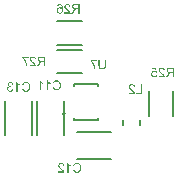
<source format=gbr>
G04*
G04 #@! TF.GenerationSoftware,Altium Limited,Altium Designer,24.7.2 (38)*
G04*
G04 Layer_Color=32896*
%FSLAX25Y25*%
%MOIN*%
G70*
G04*
G04 #@! TF.SameCoordinates,557B2C77-FFCE-42D9-A2FA-4134FEC932EB*
G04*
G04*
G04 #@! TF.FilePolarity,Positive*
G04*
G01*
G75*
%ADD10C,0.00787*%
%ADD12C,0.00500*%
G36*
X229077Y136717D02*
X229075Y136625D01*
X229072Y136537D01*
X229065Y136454D01*
X229058Y136378D01*
X229049Y136306D01*
X229040Y136241D01*
X229028Y136181D01*
X229017Y136126D01*
X229005Y136077D01*
X228994Y136036D01*
X228984Y135999D01*
X228975Y135969D01*
X228968Y135946D01*
X228961Y135930D01*
X228959Y135920D01*
X228957Y135916D01*
X228931Y135863D01*
X228904Y135814D01*
X228873Y135766D01*
X228841Y135724D01*
X228809Y135682D01*
X228774Y135648D01*
X228740Y135613D01*
X228707Y135583D01*
X228675Y135558D01*
X228647Y135535D01*
X228619Y135514D01*
X228596Y135498D01*
X228578Y135486D01*
X228562Y135477D01*
X228552Y135472D01*
X228550Y135470D01*
X228495Y135442D01*
X228437Y135419D01*
X228375Y135398D01*
X228314Y135380D01*
X228252Y135366D01*
X228192Y135352D01*
X228132Y135343D01*
X228074Y135334D01*
X228021Y135329D01*
X227970Y135324D01*
X227926Y135320D01*
X227887Y135317D01*
X227857Y135315D01*
X227813D01*
X227728Y135317D01*
X227649Y135322D01*
X227573Y135331D01*
X227501Y135343D01*
X227434Y135357D01*
X227374Y135371D01*
X227319Y135387D01*
X227266Y135403D01*
X227222Y135419D01*
X227180Y135435D01*
X227148Y135449D01*
X227118Y135463D01*
X227097Y135475D01*
X227081Y135484D01*
X227069Y135488D01*
X227067Y135491D01*
X227016Y135525D01*
X226968Y135562D01*
X226926Y135599D01*
X226887Y135638D01*
X226850Y135678D01*
X226818Y135715D01*
X226790Y135752D01*
X226764Y135789D01*
X226741Y135823D01*
X226723Y135853D01*
X226709Y135881D01*
X226695Y135907D01*
X226686Y135925D01*
X226679Y135941D01*
X226677Y135950D01*
X226674Y135953D01*
X226656Y136008D01*
X226637Y136068D01*
X226624Y136128D01*
X226610Y136193D01*
X226591Y136320D01*
X226584Y136382D01*
X226577Y136442D01*
X226573Y136498D01*
X226568Y136551D01*
X226566Y136597D01*
Y136639D01*
X226564Y136671D01*
Y136685D01*
Y136697D01*
Y136706D01*
Y136713D01*
Y136715D01*
Y136717D01*
Y138565D01*
X226986D01*
Y136720D01*
X226989Y136611D01*
X226995Y136512D01*
X227005Y136422D01*
X227016Y136338D01*
X227032Y136265D01*
X227049Y136197D01*
X227067Y136140D01*
X227086Y136089D01*
X227104Y136043D01*
X227122Y136006D01*
X227139Y135974D01*
X227155Y135948D01*
X227166Y135930D01*
X227176Y135916D01*
X227183Y135909D01*
X227185Y135907D01*
X227224Y135870D01*
X227270Y135837D01*
X227319Y135810D01*
X227372Y135784D01*
X227428Y135766D01*
X227483Y135747D01*
X227538Y135733D01*
X227591Y135722D01*
X227645Y135715D01*
X227693Y135708D01*
X227735Y135703D01*
X227774Y135699D01*
X227806D01*
X227829Y135696D01*
X227850D01*
X227901Y135699D01*
X227947Y135701D01*
X227993Y135705D01*
X228037Y135712D01*
X228079Y135722D01*
X228116Y135731D01*
X228151Y135740D01*
X228183Y135749D01*
X228213Y135759D01*
X228238Y135768D01*
X228259Y135777D01*
X228277Y135786D01*
X228294Y135793D01*
X228303Y135798D01*
X228310Y135802D01*
X228312D01*
X228347Y135823D01*
X228377Y135846D01*
X228407Y135870D01*
X228432Y135895D01*
X228458Y135920D01*
X228479Y135946D01*
X228516Y135994D01*
X228543Y136038D01*
X228555Y136057D01*
X228562Y136073D01*
X228569Y136087D01*
X228573Y136096D01*
X228578Y136103D01*
Y136105D01*
X228592Y136144D01*
X228603Y136188D01*
X228612Y136237D01*
X228622Y136285D01*
X228636Y136387D01*
X228640Y136438D01*
X228645Y136486D01*
X228647Y136535D01*
X228649Y136579D01*
X228652Y136618D01*
Y136653D01*
X228654Y136680D01*
Y136701D01*
Y136715D01*
Y136720D01*
Y138565D01*
X229077D01*
Y136717D01*
D02*
G37*
G36*
X225993Y138147D02*
X224427D01*
X224482Y138083D01*
X224538Y138013D01*
X224642Y137872D01*
X224690Y137801D01*
X224739Y137731D01*
X224782Y137664D01*
X224822Y137600D01*
X224859Y137540D01*
X224893Y137484D01*
X224921Y137433D01*
X224946Y137392D01*
X224965Y137357D01*
X224974Y137343D01*
X224981Y137332D01*
X224986Y137320D01*
X224990Y137313D01*
X224993Y137311D01*
Y137309D01*
X225041Y137216D01*
X225085Y137121D01*
X225129Y137029D01*
X225168Y136939D01*
X225203Y136851D01*
X225238Y136766D01*
X225268Y136685D01*
X225295Y136609D01*
X225318Y136537D01*
X225339Y136475D01*
X225358Y136417D01*
X225372Y136371D01*
X225378Y136350D01*
X225383Y136331D01*
X225388Y136315D01*
X225392Y136302D01*
X225395Y136292D01*
X225397Y136285D01*
X225399Y136281D01*
Y136278D01*
X225425Y136181D01*
X225446Y136087D01*
X225464Y135997D01*
X225482Y135911D01*
X225496Y135830D01*
X225508Y135756D01*
X225517Y135687D01*
X225524Y135622D01*
X225531Y135567D01*
X225536Y135516D01*
X225540Y135472D01*
X225542Y135435D01*
Y135407D01*
X225545Y135384D01*
Y135373D01*
Y135368D01*
X225141D01*
X225134Y135456D01*
X225124Y135544D01*
X225115Y135627D01*
X225104Y135705D01*
X225092Y135782D01*
X225078Y135856D01*
X225067Y135923D01*
X225053Y135985D01*
X225041Y136043D01*
X225030Y136094D01*
X225018Y136137D01*
X225009Y136177D01*
X225002Y136207D01*
X224995Y136228D01*
X224993Y136241D01*
X224990Y136246D01*
X224958Y136352D01*
X224923Y136459D01*
X224889Y136560D01*
X224850Y136660D01*
X224813Y136757D01*
X224773Y136847D01*
X224736Y136934D01*
X224699Y137015D01*
X224665Y137089D01*
X224632Y137154D01*
X224602Y137212D01*
X224591Y137239D01*
X224577Y137262D01*
X224568Y137283D01*
X224556Y137302D01*
X224549Y137318D01*
X224542Y137332D01*
X224535Y137341D01*
X224531Y137348D01*
X224528Y137353D01*
Y137355D01*
X224473Y137454D01*
X224415Y137547D01*
X224362Y137634D01*
X224307Y137717D01*
X224256Y137794D01*
X224205Y137865D01*
X224156Y137930D01*
X224113Y137988D01*
X224073Y138041D01*
X224036Y138087D01*
X224004Y138126D01*
X223976Y138159D01*
X223953Y138184D01*
X223937Y138205D01*
X223925Y138214D01*
X223923Y138219D01*
Y138524D01*
X225993D01*
Y138147D01*
D02*
G37*
G36*
X204783Y139602D02*
X204861Y139595D01*
X204935Y139584D01*
X205005Y139567D01*
X205069Y139549D01*
X205129Y139528D01*
X205183Y139507D01*
X205233Y139487D01*
X205277Y139463D01*
X205316Y139443D01*
X205349Y139422D01*
X205377Y139403D01*
X205397Y139390D01*
X205414Y139376D01*
X205423Y139369D01*
X205425Y139366D01*
X205473Y139320D01*
X205515Y139269D01*
X205554Y139216D01*
X205587Y139161D01*
X205617Y139103D01*
X205642Y139045D01*
X205663Y138990D01*
X205681Y138934D01*
X205695Y138884D01*
X205707Y138835D01*
X205716Y138791D01*
X205723Y138754D01*
X205730Y138724D01*
X205732Y138701D01*
Y138692D01*
X205735Y138685D01*
Y138683D01*
Y138680D01*
X205330Y138639D01*
X205328Y138694D01*
X205323Y138745D01*
X205314Y138794D01*
X205305Y138840D01*
X205291Y138881D01*
X205277Y138918D01*
X205261Y138955D01*
X205245Y138985D01*
X205231Y139013D01*
X205215Y139038D01*
X205201Y139059D01*
X205187Y139078D01*
X205178Y139089D01*
X205169Y139101D01*
X205164Y139105D01*
X205162Y139108D01*
X205129Y139138D01*
X205092Y139163D01*
X205055Y139186D01*
X205018Y139207D01*
X204979Y139223D01*
X204942Y139237D01*
X204905Y139249D01*
X204871Y139258D01*
X204836Y139265D01*
X204806Y139269D01*
X204778Y139274D01*
X204753Y139276D01*
X204734Y139279D01*
X204707D01*
X204658Y139276D01*
X204612Y139272D01*
X204568Y139265D01*
X204526Y139253D01*
X204489Y139242D01*
X204452Y139228D01*
X204420Y139214D01*
X204390Y139198D01*
X204365Y139184D01*
X204342Y139168D01*
X204321Y139154D01*
X204305Y139142D01*
X204291Y139131D01*
X204282Y139124D01*
X204277Y139119D01*
X204275Y139117D01*
X204245Y139087D01*
X204219Y139055D01*
X204196Y139022D01*
X204178Y138988D01*
X204162Y138955D01*
X204148Y138923D01*
X204136Y138891D01*
X204127Y138860D01*
X204120Y138833D01*
X204115Y138807D01*
X204111Y138784D01*
X204108Y138763D01*
X204106Y138747D01*
Y138736D01*
Y138726D01*
Y138724D01*
X204108Y138683D01*
X204113Y138641D01*
X204122Y138600D01*
X204134Y138558D01*
X204164Y138477D01*
X204182Y138440D01*
X204198Y138405D01*
X204215Y138373D01*
X204233Y138343D01*
X204247Y138318D01*
X204261Y138294D01*
X204275Y138278D01*
X204284Y138265D01*
X204289Y138255D01*
X204291Y138253D01*
X204328Y138204D01*
X204374Y138151D01*
X204422Y138098D01*
X204478Y138043D01*
X204533Y137985D01*
X204593Y137929D01*
X204651Y137874D01*
X204711Y137821D01*
X204767Y137770D01*
X204820Y137724D01*
X204866Y137680D01*
X204910Y137645D01*
X204945Y137615D01*
X204958Y137604D01*
X204970Y137592D01*
X204979Y137585D01*
X204986Y137578D01*
X204991Y137576D01*
X204993Y137574D01*
X205053Y137523D01*
X205111Y137475D01*
X205164Y137428D01*
X205215Y137384D01*
X205261Y137340D01*
X205303Y137301D01*
X205340Y137264D01*
X205374Y137230D01*
X205407Y137200D01*
X205432Y137172D01*
X205455Y137149D01*
X205473Y137128D01*
X205487Y137112D01*
X205497Y137100D01*
X205504Y137093D01*
X205506Y137091D01*
X205568Y137013D01*
X205621Y136936D01*
X205665Y136865D01*
X205686Y136832D01*
X205702Y136800D01*
X205716Y136772D01*
X205730Y136747D01*
X205742Y136724D01*
X205748Y136703D01*
X205755Y136687D01*
X205760Y136675D01*
X205765Y136668D01*
Y136666D01*
X205781Y136618D01*
X205792Y136569D01*
X205799Y136523D01*
X205804Y136484D01*
X205806Y136446D01*
X205808Y136433D01*
Y136419D01*
Y136410D01*
Y136403D01*
Y136398D01*
Y136396D01*
X203697D01*
Y136772D01*
X205263D01*
X205238Y136811D01*
X205210Y136851D01*
X205183Y136885D01*
X205157Y136918D01*
X205134Y136943D01*
X205116Y136964D01*
X205104Y136978D01*
X205099Y136982D01*
X205079Y137005D01*
X205051Y137031D01*
X205021Y137059D01*
X204986Y137091D01*
X204949Y137123D01*
X204912Y137158D01*
X204834Y137225D01*
X204797Y137257D01*
X204762Y137287D01*
X204732Y137315D01*
X204702Y137338D01*
X204679Y137359D01*
X204663Y137373D01*
X204651Y137384D01*
X204647Y137387D01*
X204570Y137451D01*
X204499Y137514D01*
X204434Y137572D01*
X204374Y137625D01*
X204319Y137675D01*
X204270Y137722D01*
X204224Y137763D01*
X204185Y137800D01*
X204150Y137835D01*
X204122Y137865D01*
X204097Y137890D01*
X204076Y137911D01*
X204060Y137927D01*
X204051Y137939D01*
X204044Y137946D01*
X204041Y137948D01*
X204009Y137987D01*
X203977Y138024D01*
X203949Y138061D01*
X203924Y138096D01*
X203877Y138163D01*
X203859Y138193D01*
X203843Y138221D01*
X203826Y138246D01*
X203815Y138269D01*
X203803Y138290D01*
X203797Y138306D01*
X203790Y138320D01*
X203785Y138329D01*
X203780Y138336D01*
Y138338D01*
X203755Y138408D01*
X203734Y138475D01*
X203720Y138539D01*
X203711Y138597D01*
X203709Y138623D01*
X203706Y138646D01*
X203704Y138664D01*
X203702Y138683D01*
Y138697D01*
Y138706D01*
Y138713D01*
Y138715D01*
X203704Y138784D01*
X203713Y138851D01*
X203727Y138914D01*
X203743Y138974D01*
X203764Y139029D01*
X203787Y139082D01*
X203813Y139131D01*
X203836Y139175D01*
X203861Y139214D01*
X203887Y139249D01*
X203910Y139279D01*
X203930Y139302D01*
X203947Y139322D01*
X203960Y139336D01*
X203970Y139346D01*
X203972Y139348D01*
X204025Y139394D01*
X204081Y139433D01*
X204138Y139466D01*
X204198Y139496D01*
X204258Y139521D01*
X204321Y139542D01*
X204379Y139558D01*
X204436Y139572D01*
X204489Y139584D01*
X204540Y139590D01*
X204584Y139597D01*
X204624Y139600D01*
X204656Y139602D01*
X204679Y139604D01*
X204700D01*
X204783Y139602D01*
D02*
G37*
G36*
X208818Y136396D02*
X208396D01*
Y137816D01*
X207848D01*
X207800Y137814D01*
X207758Y137812D01*
X207726Y137809D01*
X207703Y137805D01*
X207684Y137803D01*
X207673Y137800D01*
X207670D01*
X207633Y137789D01*
X207599Y137777D01*
X207566Y137761D01*
X207539Y137747D01*
X207513Y137735D01*
X207495Y137724D01*
X207483Y137717D01*
X207479Y137715D01*
X207442Y137689D01*
X207405Y137657D01*
X207370Y137620D01*
X207335Y137585D01*
X207308Y137553D01*
X207285Y137525D01*
X207275Y137514D01*
X207268Y137507D01*
X207266Y137502D01*
X207264Y137500D01*
X207241Y137470D01*
X207215Y137437D01*
X207165Y137368D01*
X207114Y137294D01*
X207065Y137223D01*
X207044Y137190D01*
X207024Y137160D01*
X207005Y137133D01*
X206989Y137107D01*
X206977Y137089D01*
X206968Y137073D01*
X206961Y137063D01*
X206959Y137061D01*
X206536Y136396D01*
X206007D01*
X206559Y137264D01*
X206622Y137357D01*
X206654Y137398D01*
X206684Y137440D01*
X206714Y137477D01*
X206744Y137511D01*
X206772Y137544D01*
X206797Y137574D01*
X206820Y137601D01*
X206843Y137625D01*
X206862Y137643D01*
X206878Y137662D01*
X206892Y137673D01*
X206901Y137685D01*
X206908Y137689D01*
X206910Y137692D01*
X206947Y137722D01*
X206987Y137749D01*
X207028Y137777D01*
X207070Y137800D01*
X207107Y137821D01*
X207123Y137830D01*
X207137Y137837D01*
X207148Y137844D01*
X207157Y137846D01*
X207162Y137851D01*
X207165D01*
X207081Y137865D01*
X207003Y137881D01*
X206931Y137902D01*
X206864Y137923D01*
X206804Y137948D01*
X206746Y137971D01*
X206698Y137996D01*
X206652Y138022D01*
X206612Y138047D01*
X206580Y138070D01*
X206550Y138091D01*
X206527Y138110D01*
X206508Y138126D01*
X206495Y138137D01*
X206488Y138144D01*
X206485Y138147D01*
X206446Y138191D01*
X206411Y138239D01*
X206381Y138285D01*
X206356Y138334D01*
X206335Y138382D01*
X206317Y138431D01*
X206303Y138477D01*
X206291Y138521D01*
X206282Y138563D01*
X206275Y138600D01*
X206271Y138634D01*
X206266Y138662D01*
Y138687D01*
X206264Y138706D01*
Y138715D01*
Y138720D01*
X206266Y138768D01*
X206268Y138817D01*
X206275Y138863D01*
X206284Y138907D01*
X206294Y138948D01*
X206305Y138988D01*
X206319Y139024D01*
X206331Y139059D01*
X206342Y139089D01*
X206356Y139117D01*
X206367Y139142D01*
X206377Y139163D01*
X206386Y139179D01*
X206391Y139191D01*
X206395Y139198D01*
X206398Y139200D01*
X206423Y139239D01*
X206451Y139276D01*
X206481Y139309D01*
X206508Y139341D01*
X206539Y139369D01*
X206569Y139394D01*
X206598Y139415D01*
X206626Y139436D01*
X206652Y139452D01*
X206677Y139466D01*
X206698Y139480D01*
X206716Y139489D01*
X206733Y139496D01*
X206744Y139500D01*
X206751Y139505D01*
X206753D01*
X206797Y139521D01*
X206846Y139535D01*
X206896Y139547D01*
X206947Y139556D01*
X207056Y139572D01*
X207109Y139577D01*
X207160Y139581D01*
X207211Y139586D01*
X207255Y139588D01*
X207296Y139590D01*
X207333D01*
X207361Y139593D01*
X208818D01*
Y136396D01*
D02*
G37*
G36*
X203251Y139175D02*
X201685D01*
X201741Y139110D01*
X201796Y139041D01*
X201900Y138900D01*
X201948Y138828D01*
X201997Y138759D01*
X202041Y138692D01*
X202080Y138627D01*
X202117Y138567D01*
X202152Y138512D01*
X202180Y138461D01*
X202205Y138419D01*
X202223Y138385D01*
X202233Y138371D01*
X202240Y138359D01*
X202244Y138348D01*
X202249Y138341D01*
X202251Y138338D01*
Y138336D01*
X202300Y138244D01*
X202344Y138149D01*
X202387Y138057D01*
X202427Y137967D01*
X202461Y137879D01*
X202496Y137793D01*
X202526Y137712D01*
X202554Y137636D01*
X202577Y137565D01*
X202598Y137502D01*
X202616Y137444D01*
X202630Y137398D01*
X202637Y137378D01*
X202642Y137359D01*
X202646Y137343D01*
X202651Y137329D01*
X202653Y137320D01*
X202655Y137313D01*
X202658Y137308D01*
Y137306D01*
X202683Y137209D01*
X202704Y137114D01*
X202722Y137024D01*
X202741Y136939D01*
X202755Y136858D01*
X202766Y136784D01*
X202776Y136714D01*
X202782Y136650D01*
X202789Y136594D01*
X202794Y136544D01*
X202799Y136500D01*
X202801Y136463D01*
Y136435D01*
X202803Y136412D01*
Y136400D01*
Y136396D01*
X202399D01*
X202392Y136484D01*
X202383Y136571D01*
X202374Y136654D01*
X202362Y136733D01*
X202350Y136809D01*
X202337Y136883D01*
X202325Y136950D01*
X202311Y137013D01*
X202300Y137070D01*
X202288Y137121D01*
X202276Y137165D01*
X202267Y137204D01*
X202260Y137234D01*
X202253Y137255D01*
X202251Y137269D01*
X202249Y137274D01*
X202217Y137380D01*
X202182Y137486D01*
X202147Y137588D01*
X202108Y137687D01*
X202071Y137784D01*
X202032Y137874D01*
X201995Y137962D01*
X201958Y138043D01*
X201923Y138117D01*
X201891Y138181D01*
X201861Y138239D01*
X201849Y138267D01*
X201835Y138290D01*
X201826Y138311D01*
X201815Y138329D01*
X201808Y138345D01*
X201801Y138359D01*
X201794Y138368D01*
X201789Y138375D01*
X201787Y138380D01*
Y138382D01*
X201731Y138482D01*
X201674Y138574D01*
X201621Y138662D01*
X201565Y138745D01*
X201514Y138821D01*
X201463Y138893D01*
X201415Y138958D01*
X201371Y139015D01*
X201332Y139068D01*
X201295Y139115D01*
X201262Y139154D01*
X201235Y139186D01*
X201212Y139212D01*
X201195Y139232D01*
X201184Y139242D01*
X201182Y139246D01*
Y139551D01*
X203251D01*
Y139175D01*
D02*
G37*
G36*
X216283Y157129D02*
X216361Y157122D01*
X216435Y157110D01*
X216505Y157094D01*
X216569Y157075D01*
X216629Y157055D01*
X216683Y157034D01*
X216733Y157013D01*
X216777Y156990D01*
X216816Y156969D01*
X216849Y156948D01*
X216877Y156930D01*
X216897Y156916D01*
X216914Y156902D01*
X216923Y156895D01*
X216925Y156893D01*
X216973Y156847D01*
X217015Y156796D01*
X217054Y156743D01*
X217087Y156687D01*
X217117Y156630D01*
X217142Y156572D01*
X217163Y156516D01*
X217181Y156461D01*
X217195Y156410D01*
X217207Y156362D01*
X217216Y156318D01*
X217223Y156281D01*
X217230Y156251D01*
X217232Y156228D01*
Y156218D01*
X217235Y156211D01*
Y156209D01*
Y156207D01*
X216830Y156165D01*
X216828Y156221D01*
X216823Y156272D01*
X216814Y156320D01*
X216805Y156366D01*
X216791Y156408D01*
X216777Y156445D01*
X216761Y156482D01*
X216745Y156512D01*
X216731Y156539D01*
X216715Y156565D01*
X216701Y156586D01*
X216687Y156604D01*
X216678Y156616D01*
X216669Y156627D01*
X216664Y156632D01*
X216662Y156634D01*
X216629Y156664D01*
X216592Y156690D01*
X216555Y156713D01*
X216518Y156734D01*
X216479Y156750D01*
X216442Y156764D01*
X216405Y156775D01*
X216371Y156784D01*
X216336Y156791D01*
X216306Y156796D01*
X216278Y156800D01*
X216253Y156803D01*
X216234Y156805D01*
X216207D01*
X216158Y156803D01*
X216112Y156798D01*
X216068Y156791D01*
X216026Y156780D01*
X215989Y156768D01*
X215952Y156754D01*
X215920Y156740D01*
X215890Y156724D01*
X215865Y156710D01*
X215842Y156694D01*
X215821Y156680D01*
X215805Y156669D01*
X215791Y156657D01*
X215782Y156650D01*
X215777Y156646D01*
X215775Y156643D01*
X215745Y156613D01*
X215719Y156581D01*
X215696Y156549D01*
X215678Y156514D01*
X215662Y156482D01*
X215648Y156449D01*
X215636Y156417D01*
X215627Y156387D01*
X215620Y156359D01*
X215615Y156334D01*
X215611Y156311D01*
X215608Y156290D01*
X215606Y156274D01*
Y156262D01*
Y156253D01*
Y156251D01*
X215608Y156209D01*
X215613Y156168D01*
X215622Y156126D01*
X215634Y156084D01*
X215664Y156004D01*
X215682Y155967D01*
X215698Y155932D01*
X215715Y155900D01*
X215733Y155870D01*
X215747Y155844D01*
X215761Y155821D01*
X215775Y155805D01*
X215784Y155791D01*
X215789Y155782D01*
X215791Y155780D01*
X215828Y155731D01*
X215874Y155678D01*
X215922Y155625D01*
X215978Y155569D01*
X216033Y155512D01*
X216093Y155456D01*
X216151Y155401D01*
X216211Y155348D01*
X216267Y155297D01*
X216320Y155251D01*
X216366Y155207D01*
X216410Y155172D01*
X216445Y155142D01*
X216458Y155130D01*
X216470Y155119D01*
X216479Y155112D01*
X216486Y155105D01*
X216491Y155103D01*
X216493Y155100D01*
X216553Y155050D01*
X216611Y155001D01*
X216664Y154955D01*
X216715Y154911D01*
X216761Y154867D01*
X216803Y154828D01*
X216840Y154791D01*
X216874Y154756D01*
X216907Y154726D01*
X216932Y154698D01*
X216955Y154675D01*
X216973Y154655D01*
X216987Y154638D01*
X216997Y154627D01*
X217004Y154620D01*
X217006Y154618D01*
X217068Y154539D01*
X217121Y154463D01*
X217165Y154391D01*
X217186Y154359D01*
X217202Y154326D01*
X217216Y154299D01*
X217230Y154273D01*
X217242Y154250D01*
X217248Y154229D01*
X217255Y154213D01*
X217260Y154202D01*
X217265Y154195D01*
Y154192D01*
X217281Y154144D01*
X217292Y154095D01*
X217299Y154049D01*
X217304Y154010D01*
X217306Y153973D01*
X217308Y153959D01*
Y153945D01*
Y153936D01*
Y153929D01*
Y153925D01*
Y153922D01*
X215197D01*
Y154299D01*
X216763D01*
X216738Y154338D01*
X216710Y154377D01*
X216683Y154412D01*
X216657Y154444D01*
X216634Y154470D01*
X216616Y154490D01*
X216604Y154504D01*
X216599Y154509D01*
X216579Y154532D01*
X216551Y154558D01*
X216521Y154585D01*
X216486Y154618D01*
X216449Y154650D01*
X216412Y154685D01*
X216334Y154752D01*
X216297Y154784D01*
X216262Y154814D01*
X216232Y154842D01*
X216202Y154865D01*
X216179Y154885D01*
X216163Y154899D01*
X216151Y154911D01*
X216147Y154913D01*
X216070Y154978D01*
X215999Y155040D01*
X215934Y155098D01*
X215874Y155151D01*
X215819Y155202D01*
X215770Y155248D01*
X215724Y155290D01*
X215685Y155327D01*
X215650Y155361D01*
X215622Y155391D01*
X215597Y155417D01*
X215576Y155438D01*
X215560Y155454D01*
X215551Y155465D01*
X215544Y155472D01*
X215541Y155475D01*
X215509Y155514D01*
X215477Y155551D01*
X215449Y155588D01*
X215423Y155622D01*
X215377Y155689D01*
X215359Y155719D01*
X215343Y155747D01*
X215326Y155773D01*
X215315Y155796D01*
X215303Y155816D01*
X215297Y155833D01*
X215290Y155847D01*
X215285Y155856D01*
X215280Y155863D01*
Y155865D01*
X215255Y155934D01*
X215234Y156001D01*
X215220Y156066D01*
X215211Y156124D01*
X215209Y156149D01*
X215206Y156172D01*
X215204Y156191D01*
X215202Y156209D01*
Y156223D01*
Y156232D01*
Y156239D01*
Y156242D01*
X215204Y156311D01*
X215213Y156378D01*
X215227Y156440D01*
X215243Y156500D01*
X215264Y156556D01*
X215287Y156609D01*
X215313Y156657D01*
X215336Y156701D01*
X215361Y156740D01*
X215387Y156775D01*
X215410Y156805D01*
X215430Y156828D01*
X215447Y156849D01*
X215460Y156863D01*
X215470Y156872D01*
X215472Y156875D01*
X215525Y156921D01*
X215581Y156960D01*
X215638Y156992D01*
X215698Y157022D01*
X215758Y157048D01*
X215821Y157069D01*
X215879Y157085D01*
X215936Y157098D01*
X215989Y157110D01*
X216040Y157117D01*
X216084Y157124D01*
X216124Y157126D01*
X216156Y157129D01*
X216179Y157131D01*
X216200D01*
X216283Y157129D01*
D02*
G37*
G36*
X213740Y157126D02*
X213827Y157115D01*
X213908Y157096D01*
X213987Y157073D01*
X214058Y157045D01*
X214123Y157015D01*
X214183Y156981D01*
X214239Y156948D01*
X214287Y156914D01*
X214331Y156879D01*
X214366Y156849D01*
X214396Y156821D01*
X214421Y156798D01*
X214437Y156780D01*
X214446Y156768D01*
X214451Y156764D01*
X214481Y156722D01*
X214511Y156678D01*
X214539Y156634D01*
X214564Y156586D01*
X214610Y156484D01*
X214650Y156376D01*
X214682Y156265D01*
X214710Y156154D01*
X214733Y156041D01*
X214749Y155932D01*
X214765Y155828D01*
X214774Y155733D01*
X214779Y155687D01*
X214781Y155646D01*
X214786Y155604D01*
X214788Y155569D01*
Y155535D01*
X214791Y155505D01*
Y155479D01*
X214793Y155458D01*
Y155440D01*
Y155428D01*
Y155419D01*
Y155417D01*
Y155341D01*
X214788Y155267D01*
X214786Y155197D01*
X214779Y155128D01*
X214772Y155063D01*
X214765Y155001D01*
X214756Y154941D01*
X214744Y154883D01*
X214733Y154828D01*
X214721Y154775D01*
X214707Y154726D01*
X214696Y154678D01*
X214682Y154634D01*
X214666Y154590D01*
X214652Y154551D01*
X214638Y154514D01*
X214624Y154479D01*
X214608Y154444D01*
X214594Y154414D01*
X214580Y154387D01*
X214569Y154361D01*
X214555Y154338D01*
X214532Y154299D01*
X214511Y154269D01*
X214497Y154246D01*
X214486Y154234D01*
X214483Y154229D01*
X214423Y154167D01*
X214361Y154112D01*
X214294Y154063D01*
X214227Y154022D01*
X214160Y153987D01*
X214095Y153957D01*
X214031Y153934D01*
X213968Y153915D01*
X213908Y153899D01*
X213855Y153888D01*
X213807Y153881D01*
X213765Y153874D01*
X213730Y153872D01*
X213716D01*
X213705Y153869D01*
X213684D01*
X213631Y153872D01*
X213578Y153876D01*
X213529Y153881D01*
X213481Y153890D01*
X213437Y153902D01*
X213393Y153913D01*
X213354Y153925D01*
X213319Y153938D01*
X213284Y153950D01*
X213257Y153962D01*
X213231Y153973D01*
X213208Y153985D01*
X213192Y153994D01*
X213178Y153998D01*
X213171Y154003D01*
X213169Y154005D01*
X213127Y154033D01*
X213088Y154061D01*
X213051Y154093D01*
X213019Y154125D01*
X212986Y154158D01*
X212957Y154190D01*
X212931Y154223D01*
X212906Y154255D01*
X212885Y154285D01*
X212866Y154310D01*
X212850Y154336D01*
X212836Y154359D01*
X212827Y154375D01*
X212820Y154389D01*
X212815Y154398D01*
X212813Y154400D01*
X212790Y154449D01*
X212769Y154500D01*
X212753Y154548D01*
X212737Y154597D01*
X212723Y154645D01*
X212714Y154692D01*
X212705Y154735D01*
X212698Y154777D01*
X212693Y154816D01*
X212688Y154851D01*
X212686Y154881D01*
X212684Y154909D01*
X212682Y154929D01*
Y154946D01*
Y154957D01*
Y154959D01*
X212684Y155043D01*
X212693Y155123D01*
X212707Y155197D01*
X212725Y155269D01*
X212746Y155336D01*
X212769Y155396D01*
X212795Y155454D01*
X212820Y155505D01*
X212846Y155551D01*
X212871Y155590D01*
X212894Y155625D01*
X212915Y155652D01*
X212933Y155676D01*
X212947Y155692D01*
X212957Y155703D01*
X212959Y155706D01*
X213012Y155756D01*
X213067Y155803D01*
X213123Y155840D01*
X213178Y155874D01*
X213236Y155902D01*
X213291Y155925D01*
X213345Y155946D01*
X213395Y155960D01*
X213444Y155971D01*
X213488Y155981D01*
X213527Y155987D01*
X213562Y155992D01*
X213587Y155994D01*
X213608Y155997D01*
X213668D01*
X213709Y155992D01*
X213790Y155981D01*
X213862Y155962D01*
X213897Y155953D01*
X213927Y155944D01*
X213957Y155934D01*
X213982Y155925D01*
X214003Y155916D01*
X214024Y155907D01*
X214037Y155900D01*
X214049Y155895D01*
X214056Y155893D01*
X214058Y155890D01*
X214095Y155870D01*
X214132Y155847D01*
X214197Y155796D01*
X214257Y155743D01*
X214282Y155717D01*
X214305Y155692D01*
X214329Y155666D01*
X214347Y155643D01*
X214363Y155622D01*
X214377Y155604D01*
X214389Y155590D01*
X214396Y155578D01*
X214400Y155572D01*
X214403Y155569D01*
X214400Y155657D01*
X214398Y155740D01*
X214391Y155816D01*
X214384Y155888D01*
X214377Y155953D01*
X214368Y156015D01*
X214356Y156071D01*
X214347Y156119D01*
X214338Y156163D01*
X214329Y156202D01*
X214319Y156235D01*
X214310Y156260D01*
X214303Y156281D01*
X214299Y156297D01*
X214294Y156306D01*
Y156308D01*
X214273Y156355D01*
X214250Y156399D01*
X214227Y156440D01*
X214201Y156479D01*
X214178Y156514D01*
X214153Y156546D01*
X214130Y156577D01*
X214107Y156602D01*
X214084Y156625D01*
X214065Y156646D01*
X214047Y156662D01*
X214031Y156676D01*
X214019Y156687D01*
X214007Y156694D01*
X214003Y156699D01*
X214001Y156701D01*
X213973Y156720D01*
X213945Y156736D01*
X213890Y156764D01*
X213834Y156782D01*
X213783Y156794D01*
X213758Y156798D01*
X213737Y156803D01*
X213719Y156805D01*
X213703D01*
X213689Y156807D01*
X213670D01*
X213629Y156805D01*
X213587Y156800D01*
X213548Y156791D01*
X213511Y156782D01*
X213476Y156768D01*
X213446Y156754D01*
X213416Y156738D01*
X213388Y156724D01*
X213363Y156708D01*
X213342Y156692D01*
X213324Y156678D01*
X213308Y156664D01*
X213296Y156655D01*
X213287Y156646D01*
X213282Y156641D01*
X213280Y156639D01*
X213261Y156618D01*
X213245Y156595D01*
X213215Y156542D01*
X213190Y156486D01*
X213169Y156433D01*
X213151Y156382D01*
X213146Y156362D01*
X213139Y156341D01*
X213134Y156327D01*
X213132Y156313D01*
X213130Y156306D01*
Y156304D01*
X212739Y156334D01*
X212751Y156401D01*
X212765Y156466D01*
X212783Y156526D01*
X212806Y156581D01*
X212827Y156634D01*
X212853Y156683D01*
X212878Y156727D01*
X212903Y156766D01*
X212929Y156800D01*
X212952Y156831D01*
X212973Y156858D01*
X212991Y156879D01*
X213007Y156895D01*
X213019Y156909D01*
X213028Y156916D01*
X213030Y156918D01*
X213077Y156955D01*
X213125Y156988D01*
X213176Y157018D01*
X213229Y157041D01*
X213280Y157062D01*
X213331Y157080D01*
X213382Y157094D01*
X213428Y157105D01*
X213474Y157112D01*
X213515Y157119D01*
X213552Y157124D01*
X213585Y157129D01*
X213610D01*
X213631Y157131D01*
X213647D01*
X213740Y157126D01*
D02*
G37*
G36*
X220318Y153922D02*
X219896D01*
Y155343D01*
X219348D01*
X219300Y155341D01*
X219258Y155338D01*
X219226Y155336D01*
X219203Y155331D01*
X219184Y155329D01*
X219173Y155327D01*
X219170D01*
X219133Y155315D01*
X219099Y155304D01*
X219066Y155288D01*
X219039Y155274D01*
X219013Y155262D01*
X218995Y155251D01*
X218983Y155244D01*
X218979Y155241D01*
X218942Y155216D01*
X218905Y155183D01*
X218870Y155147D01*
X218835Y155112D01*
X218808Y155080D01*
X218785Y155052D01*
X218775Y155040D01*
X218768Y155033D01*
X218766Y155029D01*
X218764Y155026D01*
X218741Y154996D01*
X218715Y154964D01*
X218665Y154895D01*
X218614Y154821D01*
X218565Y154749D01*
X218544Y154717D01*
X218524Y154687D01*
X218505Y154659D01*
X218489Y154634D01*
X218477Y154615D01*
X218468Y154599D01*
X218461Y154590D01*
X218459Y154588D01*
X218036Y153922D01*
X217507D01*
X218059Y154791D01*
X218122Y154883D01*
X218154Y154925D01*
X218184Y154966D01*
X218214Y155003D01*
X218244Y155038D01*
X218272Y155070D01*
X218297Y155100D01*
X218320Y155128D01*
X218343Y155151D01*
X218362Y155170D01*
X218378Y155188D01*
X218392Y155200D01*
X218401Y155211D01*
X218408Y155216D01*
X218410Y155218D01*
X218447Y155248D01*
X218487Y155276D01*
X218528Y155304D01*
X218570Y155327D01*
X218607Y155348D01*
X218623Y155357D01*
X218637Y155364D01*
X218648Y155371D01*
X218657Y155373D01*
X218662Y155378D01*
X218665D01*
X218581Y155391D01*
X218503Y155408D01*
X218431Y155428D01*
X218364Y155449D01*
X218304Y155475D01*
X218246Y155498D01*
X218198Y155523D01*
X218152Y155549D01*
X218112Y155574D01*
X218080Y155597D01*
X218050Y155618D01*
X218027Y155636D01*
X218008Y155652D01*
X217995Y155664D01*
X217988Y155671D01*
X217985Y155673D01*
X217946Y155717D01*
X217911Y155766D01*
X217881Y155812D01*
X217856Y155860D01*
X217835Y155909D01*
X217817Y155957D01*
X217803Y156004D01*
X217791Y156047D01*
X217782Y156089D01*
X217775Y156126D01*
X217771Y156161D01*
X217766Y156188D01*
Y156214D01*
X217764Y156232D01*
Y156242D01*
Y156246D01*
X217766Y156295D01*
X217768Y156343D01*
X217775Y156389D01*
X217784Y156433D01*
X217794Y156475D01*
X217805Y156514D01*
X217819Y156551D01*
X217831Y156586D01*
X217842Y156616D01*
X217856Y156643D01*
X217867Y156669D01*
X217877Y156690D01*
X217886Y156706D01*
X217891Y156717D01*
X217895Y156724D01*
X217898Y156727D01*
X217923Y156766D01*
X217951Y156803D01*
X217981Y156835D01*
X218008Y156868D01*
X218039Y156895D01*
X218069Y156921D01*
X218098Y156941D01*
X218126Y156962D01*
X218152Y156978D01*
X218177Y156992D01*
X218198Y157006D01*
X218216Y157015D01*
X218232Y157022D01*
X218244Y157027D01*
X218251Y157032D01*
X218253D01*
X218297Y157048D01*
X218346Y157062D01*
X218396Y157073D01*
X218447Y157082D01*
X218556Y157098D01*
X218609Y157103D01*
X218660Y157108D01*
X218711Y157112D01*
X218755Y157115D01*
X218796Y157117D01*
X218833D01*
X218861Y157119D01*
X220318D01*
Y153922D01*
D02*
G37*
G36*
X247764Y135906D02*
X247843Y135899D01*
X247917Y135888D01*
X247986Y135872D01*
X248051Y135853D01*
X248111Y135832D01*
X248164Y135812D01*
X248215Y135791D01*
X248259Y135768D01*
X248298Y135747D01*
X248330Y135726D01*
X248358Y135708D01*
X248379Y135694D01*
X248395Y135680D01*
X248404Y135673D01*
X248407Y135671D01*
X248455Y135625D01*
X248497Y135574D01*
X248536Y135521D01*
X248568Y135465D01*
X248598Y135407D01*
X248624Y135350D01*
X248644Y135294D01*
X248663Y135239D01*
X248677Y135188D01*
X248688Y135139D01*
X248698Y135096D01*
X248705Y135058D01*
X248711Y135029D01*
X248714Y135005D01*
Y134996D01*
X248716Y134989D01*
Y134987D01*
Y134985D01*
X248312Y134943D01*
X248310Y134999D01*
X248305Y135049D01*
X248296Y135098D01*
X248287Y135144D01*
X248273Y135186D01*
X248259Y135222D01*
X248243Y135259D01*
X248226Y135290D01*
X248213Y135317D01*
X248196Y135343D01*
X248183Y135363D01*
X248169Y135382D01*
X248159Y135394D01*
X248150Y135405D01*
X248146Y135410D01*
X248143Y135412D01*
X248111Y135442D01*
X248074Y135467D01*
X248037Y135491D01*
X248000Y135511D01*
X247961Y135527D01*
X247924Y135541D01*
X247887Y135553D01*
X247852Y135562D01*
X247818Y135569D01*
X247787Y135574D01*
X247760Y135578D01*
X247734Y135581D01*
X247716Y135583D01*
X247688D01*
X247640Y135581D01*
X247593Y135576D01*
X247550Y135569D01*
X247508Y135557D01*
X247471Y135546D01*
X247434Y135532D01*
X247402Y135518D01*
X247372Y135502D01*
X247346Y135488D01*
X247323Y135472D01*
X247302Y135458D01*
X247286Y135447D01*
X247272Y135435D01*
X247263Y135428D01*
X247258Y135424D01*
X247256Y135421D01*
X247226Y135391D01*
X247201Y135359D01*
X247178Y135327D01*
X247159Y135292D01*
X247143Y135259D01*
X247129Y135227D01*
X247118Y135195D01*
X247108Y135165D01*
X247101Y135137D01*
X247097Y135112D01*
X247092Y135089D01*
X247090Y135068D01*
X247088Y135052D01*
Y135040D01*
Y135031D01*
Y135029D01*
X247090Y134987D01*
X247094Y134945D01*
X247104Y134904D01*
X247115Y134862D01*
X247145Y134781D01*
X247164Y134744D01*
X247180Y134710D01*
X247196Y134677D01*
X247215Y134647D01*
X247229Y134622D01*
X247242Y134599D01*
X247256Y134583D01*
X247266Y134569D01*
X247270Y134560D01*
X247272Y134557D01*
X247309Y134509D01*
X247356Y134456D01*
X247404Y134403D01*
X247460Y134347D01*
X247515Y134289D01*
X247575Y134234D01*
X247633Y134178D01*
X247693Y134125D01*
X247748Y134074D01*
X247801Y134028D01*
X247848Y133984D01*
X247891Y133950D01*
X247926Y133920D01*
X247940Y133908D01*
X247952Y133897D01*
X247961Y133890D01*
X247968Y133883D01*
X247972Y133880D01*
X247975Y133878D01*
X248035Y133827D01*
X248093Y133779D01*
X248146Y133733D01*
X248196Y133689D01*
X248243Y133645D01*
X248284Y133606D01*
X248321Y133569D01*
X248356Y133534D01*
X248388Y133504D01*
X248413Y133476D01*
X248437Y133453D01*
X248455Y133432D01*
X248469Y133416D01*
X248478Y133405D01*
X248485Y133398D01*
X248487Y133395D01*
X248550Y133317D01*
X248603Y133240D01*
X248647Y133169D01*
X248668Y133137D01*
X248684Y133104D01*
X248698Y133077D01*
X248711Y133051D01*
X248723Y133028D01*
X248730Y133007D01*
X248737Y132991D01*
X248742Y132980D01*
X248746Y132973D01*
Y132970D01*
X248762Y132922D01*
X248774Y132873D01*
X248781Y132827D01*
X248785Y132788D01*
X248788Y132751D01*
X248790Y132737D01*
Y132723D01*
Y132714D01*
Y132707D01*
Y132702D01*
Y132700D01*
X246679D01*
Y133077D01*
X248245D01*
X248219Y133116D01*
X248192Y133155D01*
X248164Y133190D01*
X248139Y133222D01*
X248115Y133247D01*
X248097Y133268D01*
X248085Y133282D01*
X248081Y133287D01*
X248060Y133310D01*
X248032Y133335D01*
X248002Y133363D01*
X247968Y133395D01*
X247931Y133428D01*
X247894Y133462D01*
X247815Y133529D01*
X247778Y133562D01*
X247744Y133592D01*
X247714Y133619D01*
X247684Y133642D01*
X247660Y133663D01*
X247644Y133677D01*
X247633Y133689D01*
X247628Y133691D01*
X247552Y133756D01*
X247480Y133818D01*
X247416Y133876D01*
X247356Y133929D01*
X247300Y133980D01*
X247252Y134026D01*
X247205Y134067D01*
X247166Y134105D01*
X247131Y134139D01*
X247104Y134169D01*
X247078Y134195D01*
X247058Y134215D01*
X247041Y134231D01*
X247032Y134243D01*
X247025Y134250D01*
X247023Y134252D01*
X246991Y134292D01*
X246958Y134328D01*
X246931Y134365D01*
X246905Y134400D01*
X246859Y134467D01*
X246840Y134497D01*
X246824Y134525D01*
X246808Y134550D01*
X246796Y134573D01*
X246785Y134594D01*
X246778Y134610D01*
X246771Y134624D01*
X246766Y134634D01*
X246762Y134640D01*
Y134643D01*
X246737Y134712D01*
X246716Y134779D01*
X246702Y134844D01*
X246693Y134901D01*
X246690Y134927D01*
X246688Y134950D01*
X246686Y134968D01*
X246683Y134987D01*
Y135001D01*
Y135010D01*
Y135017D01*
Y135019D01*
X246686Y135089D01*
X246695Y135155D01*
X246709Y135218D01*
X246725Y135278D01*
X246746Y135333D01*
X246769Y135387D01*
X246794Y135435D01*
X246817Y135479D01*
X246843Y135518D01*
X246868Y135553D01*
X246891Y135583D01*
X246912Y135606D01*
X246928Y135627D01*
X246942Y135641D01*
X246951Y135650D01*
X246954Y135652D01*
X247007Y135698D01*
X247062Y135738D01*
X247120Y135770D01*
X247180Y135800D01*
X247240Y135825D01*
X247302Y135846D01*
X247360Y135862D01*
X247418Y135876D01*
X247471Y135888D01*
X247522Y135895D01*
X247566Y135902D01*
X247605Y135904D01*
X247637Y135906D01*
X247660Y135909D01*
X247681D01*
X247764Y135906D01*
D02*
G37*
G36*
X246189Y134213D02*
X245819Y134165D01*
X245785Y134213D01*
X245745Y134257D01*
X245706Y134294D01*
X245669Y134326D01*
X245635Y134352D01*
X245607Y134370D01*
X245595Y134377D01*
X245588Y134382D01*
X245584Y134386D01*
X245582D01*
X245524Y134416D01*
X245464Y134437D01*
X245406Y134453D01*
X245353Y134462D01*
X245327Y134467D01*
X245307Y134469D01*
X245286Y134472D01*
X245270D01*
X245256Y134474D01*
X245237D01*
X245182Y134472D01*
X245129Y134465D01*
X245078Y134456D01*
X245029Y134444D01*
X244986Y134430D01*
X244946Y134412D01*
X244909Y134396D01*
X244875Y134377D01*
X244845Y134359D01*
X244819Y134342D01*
X244796Y134326D01*
X244778Y134310D01*
X244761Y134299D01*
X244752Y134289D01*
X244745Y134282D01*
X244743Y134280D01*
X244711Y134243D01*
X244681Y134202D01*
X244655Y134160D01*
X244634Y134116D01*
X244616Y134070D01*
X244600Y134026D01*
X244588Y133984D01*
X244577Y133943D01*
X244570Y133901D01*
X244563Y133867D01*
X244558Y133832D01*
X244556Y133804D01*
Y133781D01*
X244553Y133763D01*
Y133753D01*
Y133749D01*
X244556Y133684D01*
X244563Y133624D01*
X244572Y133566D01*
X244584Y133511D01*
X244600Y133460D01*
X244616Y133414D01*
X244634Y133372D01*
X244651Y133333D01*
X244669Y133298D01*
X244688Y133268D01*
X244704Y133243D01*
X244720Y133222D01*
X244731Y133206D01*
X244741Y133192D01*
X244748Y133185D01*
X244750Y133183D01*
X244787Y133146D01*
X244826Y133114D01*
X244868Y133083D01*
X244907Y133060D01*
X244949Y133040D01*
X244988Y133021D01*
X245027Y133007D01*
X245064Y132998D01*
X245099Y132989D01*
X245131Y132982D01*
X245161Y132977D01*
X245184Y132973D01*
X245205D01*
X245219Y132970D01*
X245233D01*
X245277Y132973D01*
X245318Y132977D01*
X245357Y132984D01*
X245394Y132993D01*
X245431Y133005D01*
X245464Y133019D01*
X245496Y133030D01*
X245524Y133046D01*
X245549Y133060D01*
X245570Y133072D01*
X245591Y133086D01*
X245607Y133097D01*
X245621Y133107D01*
X245630Y133114D01*
X245635Y133118D01*
X245637Y133120D01*
X245667Y133150D01*
X245695Y133183D01*
X245718Y133217D01*
X245741Y133254D01*
X245759Y133291D01*
X245776Y133331D01*
X245803Y133402D01*
X245815Y133437D01*
X245824Y133469D01*
X245831Y133499D01*
X245838Y133525D01*
X245843Y133545D01*
X245845Y133559D01*
X245847Y133571D01*
Y133573D01*
X246258Y133538D01*
X246249Y133465D01*
X246233Y133395D01*
X246214Y133328D01*
X246194Y133266D01*
X246168Y133208D01*
X246141Y133155D01*
X246115Y133107D01*
X246087Y133063D01*
X246060Y133023D01*
X246034Y132989D01*
X246009Y132959D01*
X245988Y132933D01*
X245970Y132915D01*
X245956Y132901D01*
X245947Y132892D01*
X245944Y132889D01*
X245891Y132848D01*
X245836Y132809D01*
X245776Y132776D01*
X245718Y132748D01*
X245658Y132725D01*
X245598Y132707D01*
X245540Y132691D01*
X245484Y132677D01*
X245434Y132668D01*
X245385Y132661D01*
X245341Y132654D01*
X245304Y132651D01*
X245274Y132649D01*
X245251Y132647D01*
X245233D01*
X245136Y132651D01*
X245043Y132663D01*
X244958Y132684D01*
X244877Y132707D01*
X244801Y132737D01*
X244731Y132769D01*
X244669Y132804D01*
X244611Y132841D01*
X244561Y132878D01*
X244517Y132913D01*
X244480Y132945D01*
X244447Y132975D01*
X244424Y133000D01*
X244406Y133019D01*
X244396Y133030D01*
X244392Y133035D01*
X244348Y133095D01*
X244309Y133157D01*
X244274Y133220D01*
X244244Y133284D01*
X244221Y133347D01*
X244200Y133409D01*
X244184Y133469D01*
X244170Y133527D01*
X244159Y133580D01*
X244152Y133629D01*
X244145Y133672D01*
X244142Y133712D01*
X244140Y133742D01*
X244138Y133765D01*
Y133772D01*
Y133779D01*
Y133781D01*
Y133783D01*
X244140Y133867D01*
X244149Y133945D01*
X244165Y134021D01*
X244182Y134093D01*
X244205Y134158D01*
X244230Y134220D01*
X244255Y134275D01*
X244281Y134326D01*
X244309Y134372D01*
X244334Y134414D01*
X244359Y134449D01*
X244380Y134476D01*
X244399Y134500D01*
X244415Y134516D01*
X244424Y134527D01*
X244426Y134529D01*
X244482Y134580D01*
X244540Y134626D01*
X244600Y134663D01*
X244660Y134698D01*
X244720Y134726D01*
X244778Y134749D01*
X244835Y134770D01*
X244888Y134784D01*
X244939Y134795D01*
X244988Y134804D01*
X245029Y134811D01*
X245066Y134816D01*
X245094Y134818D01*
X245117Y134821D01*
X245136D01*
X245193Y134818D01*
X245253Y134811D01*
X245309Y134802D01*
X245364Y134788D01*
X245415Y134774D01*
X245466Y134758D01*
X245512Y134740D01*
X245556Y134721D01*
X245595Y134701D01*
X245632Y134684D01*
X245662Y134666D01*
X245688Y134652D01*
X245711Y134638D01*
X245725Y134629D01*
X245736Y134622D01*
X245739Y134620D01*
X245568Y135481D01*
X244288D01*
Y135855D01*
X245880D01*
X246189Y134213D01*
D02*
G37*
G36*
X251800Y132700D02*
X251377D01*
Y134121D01*
X250830D01*
X250781Y134118D01*
X250740Y134116D01*
X250707Y134114D01*
X250684Y134109D01*
X250666Y134107D01*
X250654Y134105D01*
X250652D01*
X250615Y134093D01*
X250580Y134081D01*
X250548Y134065D01*
X250520Y134051D01*
X250495Y134040D01*
X250476Y134028D01*
X250465Y134021D01*
X250460Y134019D01*
X250423Y133994D01*
X250386Y133961D01*
X250352Y133924D01*
X250317Y133890D01*
X250289Y133857D01*
X250266Y133830D01*
X250257Y133818D01*
X250250Y133811D01*
X250248Y133807D01*
X250245Y133804D01*
X250222Y133774D01*
X250197Y133742D01*
X250146Y133672D01*
X250095Y133599D01*
X250047Y133527D01*
X250026Y133495D01*
X250005Y133465D01*
X249987Y133437D01*
X249971Y133412D01*
X249959Y133393D01*
X249950Y133377D01*
X249943Y133368D01*
X249940Y133365D01*
X249518Y132700D01*
X248989D01*
X249541Y133569D01*
X249603Y133661D01*
X249636Y133703D01*
X249666Y133744D01*
X249696Y133781D01*
X249726Y133816D01*
X249753Y133848D01*
X249779Y133878D01*
X249802Y133906D01*
X249825Y133929D01*
X249843Y133947D01*
X249860Y133966D01*
X249873Y133977D01*
X249883Y133989D01*
X249890Y133994D01*
X249892Y133996D01*
X249929Y134026D01*
X249968Y134054D01*
X250010Y134081D01*
X250051Y134105D01*
X250088Y134125D01*
X250104Y134134D01*
X250118Y134141D01*
X250130Y134148D01*
X250139Y134151D01*
X250144Y134155D01*
X250146D01*
X250063Y134169D01*
X249984Y134185D01*
X249913Y134206D01*
X249846Y134227D01*
X249786Y134252D01*
X249728Y134275D01*
X249679Y134301D01*
X249633Y134326D01*
X249594Y134352D01*
X249562Y134375D01*
X249532Y134396D01*
X249509Y134414D01*
X249490Y134430D01*
X249476Y134442D01*
X249469Y134449D01*
X249467Y134451D01*
X249428Y134495D01*
X249393Y134543D01*
X249363Y134590D01*
X249338Y134638D01*
X249317Y134687D01*
X249298Y134735D01*
X249284Y134781D01*
X249273Y134825D01*
X249264Y134867D01*
X249257Y134904D01*
X249252Y134938D01*
X249247Y134966D01*
Y134992D01*
X249245Y135010D01*
Y135019D01*
Y135024D01*
X249247Y135072D01*
X249250Y135121D01*
X249257Y135167D01*
X249266Y135211D01*
X249275Y135252D01*
X249287Y135292D01*
X249301Y135329D01*
X249312Y135363D01*
X249324Y135394D01*
X249338Y135421D01*
X249349Y135447D01*
X249358Y135467D01*
X249368Y135484D01*
X249372Y135495D01*
X249377Y135502D01*
X249379Y135504D01*
X249405Y135544D01*
X249432Y135581D01*
X249462Y135613D01*
X249490Y135645D01*
X249520Y135673D01*
X249550Y135698D01*
X249580Y135719D01*
X249608Y135740D01*
X249633Y135756D01*
X249659Y135770D01*
X249679Y135784D01*
X249698Y135793D01*
X249714Y135800D01*
X249726Y135805D01*
X249732Y135809D01*
X249735D01*
X249779Y135825D01*
X249827Y135839D01*
X249878Y135851D01*
X249929Y135860D01*
X250038Y135876D01*
X250091Y135881D01*
X250141Y135886D01*
X250192Y135890D01*
X250236Y135892D01*
X250278Y135895D01*
X250315D01*
X250342Y135897D01*
X251800D01*
Y132700D01*
D02*
G37*
G36*
X237783Y130406D02*
X237861Y130399D01*
X237935Y130388D01*
X238005Y130372D01*
X238069Y130353D01*
X238129Y130332D01*
X238182Y130312D01*
X238233Y130291D01*
X238277Y130268D01*
X238316Y130247D01*
X238349Y130226D01*
X238376Y130208D01*
X238397Y130194D01*
X238414Y130180D01*
X238423Y130173D01*
X238425Y130171D01*
X238474Y130124D01*
X238515Y130074D01*
X238554Y130020D01*
X238587Y129965D01*
X238617Y129907D01*
X238642Y129850D01*
X238663Y129794D01*
X238681Y129739D01*
X238695Y129688D01*
X238707Y129639D01*
X238716Y129595D01*
X238723Y129559D01*
X238730Y129528D01*
X238732Y129505D01*
Y129496D01*
X238735Y129489D01*
Y129487D01*
Y129485D01*
X238330Y129443D01*
X238328Y129499D01*
X238323Y129549D01*
X238314Y129598D01*
X238305Y129644D01*
X238291Y129686D01*
X238277Y129722D01*
X238261Y129760D01*
X238245Y129789D01*
X238231Y129817D01*
X238215Y129843D01*
X238201Y129863D01*
X238187Y129882D01*
X238178Y129894D01*
X238169Y129905D01*
X238164Y129910D01*
X238162Y129912D01*
X238129Y129942D01*
X238092Y129967D01*
X238055Y129990D01*
X238018Y130011D01*
X237979Y130027D01*
X237942Y130041D01*
X237905Y130053D01*
X237871Y130062D01*
X237836Y130069D01*
X237806Y130074D01*
X237778Y130078D01*
X237753Y130081D01*
X237734Y130083D01*
X237707D01*
X237658Y130081D01*
X237612Y130076D01*
X237568Y130069D01*
X237526Y130058D01*
X237490Y130046D01*
X237453Y130032D01*
X237420Y130018D01*
X237390Y130002D01*
X237365Y129988D01*
X237342Y129972D01*
X237321Y129958D01*
X237305Y129947D01*
X237291Y129935D01*
X237282Y129928D01*
X237277Y129923D01*
X237275Y129921D01*
X237245Y129891D01*
X237219Y129859D01*
X237196Y129826D01*
X237178Y129792D01*
X237161Y129760D01*
X237148Y129727D01*
X237136Y129695D01*
X237127Y129665D01*
X237120Y129637D01*
X237115Y129612D01*
X237111Y129588D01*
X237108Y129568D01*
X237106Y129552D01*
Y129540D01*
Y129531D01*
Y129528D01*
X237108Y129487D01*
X237113Y129445D01*
X237122Y129404D01*
X237134Y129362D01*
X237164Y129281D01*
X237182Y129244D01*
X237198Y129210D01*
X237215Y129177D01*
X237233Y129147D01*
X237247Y129122D01*
X237261Y129099D01*
X237275Y129083D01*
X237284Y129069D01*
X237288Y129060D01*
X237291Y129057D01*
X237328Y129009D01*
X237374Y128956D01*
X237422Y128902D01*
X237478Y128847D01*
X237533Y128789D01*
X237593Y128734D01*
X237651Y128678D01*
X237711Y128625D01*
X237767Y128575D01*
X237820Y128528D01*
X237866Y128484D01*
X237910Y128450D01*
X237945Y128420D01*
X237958Y128408D01*
X237970Y128397D01*
X237979Y128390D01*
X237986Y128383D01*
X237991Y128380D01*
X237993Y128378D01*
X238053Y128327D01*
X238111Y128279D01*
X238164Y128233D01*
X238215Y128189D01*
X238261Y128145D01*
X238303Y128105D01*
X238340Y128069D01*
X238374Y128034D01*
X238406Y128004D01*
X238432Y127976D01*
X238455Y127953D01*
X238474Y127932D01*
X238487Y127916D01*
X238497Y127904D01*
X238504Y127898D01*
X238506Y127895D01*
X238568Y127817D01*
X238621Y127741D01*
X238665Y127669D01*
X238686Y127637D01*
X238702Y127604D01*
X238716Y127576D01*
X238730Y127551D01*
X238741Y127528D01*
X238748Y127507D01*
X238755Y127491D01*
X238760Y127480D01*
X238765Y127473D01*
Y127470D01*
X238781Y127422D01*
X238792Y127373D01*
X238799Y127327D01*
X238804Y127288D01*
X238806Y127251D01*
X238808Y127237D01*
Y127223D01*
Y127214D01*
Y127207D01*
Y127202D01*
Y127200D01*
X236697D01*
Y127576D01*
X238263D01*
X238238Y127616D01*
X238210Y127655D01*
X238182Y127690D01*
X238157Y127722D01*
X238134Y127747D01*
X238116Y127768D01*
X238104Y127782D01*
X238099Y127787D01*
X238078Y127810D01*
X238051Y127835D01*
X238021Y127863D01*
X237986Y127895D01*
X237949Y127928D01*
X237912Y127962D01*
X237834Y128029D01*
X237797Y128062D01*
X237762Y128092D01*
X237732Y128119D01*
X237702Y128142D01*
X237679Y128163D01*
X237663Y128177D01*
X237651Y128189D01*
X237647Y128191D01*
X237570Y128256D01*
X237499Y128318D01*
X237434Y128376D01*
X237374Y128429D01*
X237318Y128480D01*
X237270Y128526D01*
X237224Y128568D01*
X237185Y128604D01*
X237150Y128639D01*
X237122Y128669D01*
X237097Y128695D01*
X237076Y128715D01*
X237060Y128732D01*
X237051Y128743D01*
X237044Y128750D01*
X237041Y128752D01*
X237009Y128792D01*
X236977Y128829D01*
X236949Y128866D01*
X236924Y128900D01*
X236877Y128967D01*
X236859Y128997D01*
X236843Y129025D01*
X236826Y129050D01*
X236815Y129073D01*
X236803Y129094D01*
X236796Y129110D01*
X236789Y129124D01*
X236785Y129133D01*
X236780Y129140D01*
Y129143D01*
X236755Y129212D01*
X236734Y129279D01*
X236720Y129344D01*
X236711Y129401D01*
X236709Y129427D01*
X236706Y129450D01*
X236704Y129468D01*
X236702Y129487D01*
Y129501D01*
Y129510D01*
Y129517D01*
Y129519D01*
X236704Y129588D01*
X236713Y129656D01*
X236727Y129718D01*
X236743Y129778D01*
X236764Y129833D01*
X236787Y129886D01*
X236813Y129935D01*
X236836Y129979D01*
X236861Y130018D01*
X236887Y130053D01*
X236910Y130083D01*
X236930Y130106D01*
X236947Y130127D01*
X236961Y130141D01*
X236970Y130150D01*
X236972Y130152D01*
X237025Y130198D01*
X237081Y130238D01*
X237138Y130270D01*
X237198Y130300D01*
X237259Y130325D01*
X237321Y130346D01*
X237379Y130362D01*
X237436Y130376D01*
X237490Y130388D01*
X237540Y130395D01*
X237584Y130402D01*
X237624Y130404D01*
X237656Y130406D01*
X237679Y130409D01*
X237700D01*
X237783Y130406D01*
D02*
G37*
G36*
X241100Y127200D02*
X239104D01*
Y127576D01*
X240677D01*
Y130397D01*
X241100D01*
Y127200D01*
D02*
G37*
G36*
X197279Y131109D02*
X197346Y131102D01*
X197411Y131090D01*
X197471Y131077D01*
X197526Y131060D01*
X197577Y131042D01*
X197625Y131024D01*
X197669Y131003D01*
X197708Y130982D01*
X197743Y130963D01*
X197773Y130945D01*
X197799Y130929D01*
X197819Y130915D01*
X197833Y130903D01*
X197843Y130896D01*
X197845Y130894D01*
X197891Y130852D01*
X197933Y130806D01*
X197969Y130758D01*
X198002Y130707D01*
X198032Y130656D01*
X198060Y130605D01*
X198083Y130554D01*
X198103Y130506D01*
X198120Y130460D01*
X198134Y130418D01*
X198145Y130381D01*
X198154Y130347D01*
X198161Y130319D01*
X198166Y130300D01*
X198170Y130287D01*
Y130284D01*
Y130282D01*
X197778Y130213D01*
X197768Y130266D01*
X197757Y130314D01*
X197745Y130358D01*
X197729Y130400D01*
X197715Y130439D01*
X197697Y130474D01*
X197681Y130506D01*
X197665Y130536D01*
X197648Y130559D01*
X197635Y130582D01*
X197621Y130601D01*
X197609Y130615D01*
X197598Y130626D01*
X197591Y130635D01*
X197586Y130640D01*
X197584Y130642D01*
X197554Y130668D01*
X197524Y130691D01*
X197491Y130709D01*
X197459Y130726D01*
X197427Y130742D01*
X197397Y130753D01*
X197337Y130769D01*
X197309Y130776D01*
X197283Y130781D01*
X197260Y130783D01*
X197240Y130786D01*
X197226Y130788D01*
X197203D01*
X197161Y130786D01*
X197119Y130781D01*
X197082Y130774D01*
X197046Y130765D01*
X197013Y130755D01*
X196981Y130742D01*
X196953Y130730D01*
X196928Y130716D01*
X196905Y130702D01*
X196884Y130691D01*
X196868Y130677D01*
X196852Y130668D01*
X196840Y130658D01*
X196833Y130651D01*
X196828Y130647D01*
X196826Y130645D01*
X196801Y130617D01*
X196777Y130589D01*
X196757Y130559D01*
X196741Y130529D01*
X196727Y130499D01*
X196715Y130469D01*
X196697Y130414D01*
X196690Y130388D01*
X196685Y130365D01*
X196683Y130342D01*
X196680Y130326D01*
X196678Y130310D01*
Y130298D01*
Y130291D01*
Y130289D01*
X196680Y130240D01*
X196687Y130194D01*
X196697Y130150D01*
X196711Y130111D01*
X196724Y130074D01*
X196741Y130042D01*
X196759Y130012D01*
X196777Y129984D01*
X196798Y129961D01*
X196815Y129940D01*
X196833Y129924D01*
X196847Y129910D01*
X196861Y129899D01*
X196870Y129892D01*
X196877Y129887D01*
X196879Y129885D01*
X196916Y129861D01*
X196955Y129843D01*
X196995Y129825D01*
X197034Y129811D01*
X197110Y129788D01*
X197145Y129778D01*
X197179Y129771D01*
X197212Y129767D01*
X197240Y129762D01*
X197265Y129760D01*
X197288Y129758D01*
X197304Y129755D01*
X197348D01*
X197369Y129758D01*
X197378D01*
X197385Y129760D01*
X197392D01*
X197436Y129416D01*
X197376Y129429D01*
X197323Y129439D01*
X197276Y129448D01*
X197235Y129453D01*
X197203Y129455D01*
X197179Y129457D01*
X197159D01*
X197108Y129455D01*
X197062Y129450D01*
X197016Y129441D01*
X196974Y129429D01*
X196935Y129416D01*
X196898Y129402D01*
X196863Y129386D01*
X196833Y129369D01*
X196805Y129353D01*
X196780Y129337D01*
X196759Y129323D01*
X196743Y129309D01*
X196729Y129298D01*
X196718Y129289D01*
X196713Y129284D01*
X196711Y129282D01*
X196678Y129247D01*
X196653Y129212D01*
X196627Y129175D01*
X196607Y129139D01*
X196590Y129102D01*
X196577Y129065D01*
X196565Y129028D01*
X196556Y128993D01*
X196547Y128961D01*
X196542Y128931D01*
X196537Y128903D01*
X196535Y128882D01*
X196533Y128861D01*
Y128847D01*
Y128838D01*
Y128836D01*
X196535Y128785D01*
X196542Y128734D01*
X196551Y128688D01*
X196563Y128644D01*
X196577Y128600D01*
X196593Y128563D01*
X196611Y128526D01*
X196627Y128494D01*
X196646Y128464D01*
X196664Y128439D01*
X196680Y128416D01*
X196694Y128397D01*
X196706Y128381D01*
X196715Y128372D01*
X196722Y128365D01*
X196724Y128362D01*
X196761Y128328D01*
X196798Y128300D01*
X196838Y128275D01*
X196877Y128251D01*
X196916Y128233D01*
X196955Y128217D01*
X196995Y128205D01*
X197029Y128194D01*
X197064Y128187D01*
X197094Y128180D01*
X197122Y128177D01*
X197147Y128173D01*
X197166D01*
X197182Y128171D01*
X197193D01*
X197237Y128173D01*
X197276Y128177D01*
X197316Y128184D01*
X197353Y128194D01*
X197387Y128205D01*
X197420Y128217D01*
X197450Y128231D01*
X197477Y128244D01*
X197503Y128256D01*
X197524Y128270D01*
X197545Y128281D01*
X197558Y128293D01*
X197572Y128302D01*
X197581Y128309D01*
X197586Y128314D01*
X197588Y128316D01*
X197618Y128346D01*
X197644Y128378D01*
X197669Y128416D01*
X197692Y128455D01*
X197732Y128533D01*
X197764Y128614D01*
X197775Y128651D01*
X197787Y128686D01*
X197796Y128716D01*
X197803Y128744D01*
X197810Y128767D01*
X197815Y128785D01*
X197817Y128794D01*
Y128799D01*
X198210Y128746D01*
X198201Y128672D01*
X198187Y128603D01*
X198166Y128538D01*
X198145Y128475D01*
X198120Y128418D01*
X198094Y128365D01*
X198066Y128314D01*
X198039Y128270D01*
X198011Y128231D01*
X197986Y128196D01*
X197960Y128166D01*
X197940Y128141D01*
X197921Y128120D01*
X197907Y128106D01*
X197898Y128097D01*
X197896Y128094D01*
X197843Y128050D01*
X197785Y128011D01*
X197727Y127979D01*
X197669Y127951D01*
X197609Y127926D01*
X197551Y127905D01*
X197494Y127889D01*
X197441Y127877D01*
X197390Y127866D01*
X197344Y127859D01*
X197302Y127852D01*
X197265Y127849D01*
X197237Y127847D01*
X197214Y127845D01*
X197196D01*
X197110Y127847D01*
X197029Y127856D01*
X196951Y127873D01*
X196879Y127891D01*
X196810Y127912D01*
X196748Y127937D01*
X196687Y127963D01*
X196634Y127990D01*
X196588Y128018D01*
X196544Y128044D01*
X196510Y128069D01*
X196480Y128090D01*
X196454Y128108D01*
X196438Y128124D01*
X196429Y128134D01*
X196424Y128136D01*
X196371Y128191D01*
X196323Y128249D01*
X196281Y128309D01*
X196246Y128369D01*
X196216Y128429D01*
X196191Y128489D01*
X196172Y128545D01*
X196156Y128600D01*
X196142Y128651D01*
X196133Y128697D01*
X196126Y128739D01*
X196122Y128776D01*
X196119Y128804D01*
X196117Y128827D01*
Y128840D01*
Y128845D01*
X196119Y128903D01*
X196124Y128956D01*
X196131Y129007D01*
X196142Y129055D01*
X196154Y129102D01*
X196165Y129143D01*
X196182Y129182D01*
X196195Y129219D01*
X196209Y129252D01*
X196223Y129279D01*
X196237Y129303D01*
X196249Y129323D01*
X196260Y129340D01*
X196267Y129351D01*
X196272Y129358D01*
X196274Y129360D01*
X196304Y129397D01*
X196339Y129432D01*
X196373Y129462D01*
X196408Y129490D01*
X196445Y129515D01*
X196482Y129536D01*
X196519Y129557D01*
X196554Y129573D01*
X196586Y129589D01*
X196616Y129601D01*
X196644Y129612D01*
X196669Y129619D01*
X196687Y129626D01*
X196704Y129630D01*
X196713Y129633D01*
X196715D01*
X196676Y129651D01*
X196639Y129672D01*
X196604Y129695D01*
X196572Y129716D01*
X196542Y129739D01*
X196517Y129762D01*
X196491Y129783D01*
X196470Y129804D01*
X196449Y129825D01*
X196433Y129843D01*
X196420Y129859D01*
X196408Y129873D01*
X196399Y129885D01*
X196392Y129894D01*
X196389Y129899D01*
X196387Y129901D01*
X196366Y129933D01*
X196350Y129965D01*
X196334Y130000D01*
X196323Y130033D01*
X196302Y130095D01*
X196288Y130155D01*
X196283Y130180D01*
X196281Y130206D01*
X196276Y130227D01*
Y130245D01*
X196274Y130259D01*
Y130270D01*
Y130277D01*
Y130280D01*
X196276Y130321D01*
X196279Y130360D01*
X196292Y130437D01*
X196311Y130506D01*
X196323Y130536D01*
X196332Y130566D01*
X196343Y130594D01*
X196355Y130617D01*
X196364Y130640D01*
X196373Y130656D01*
X196380Y130672D01*
X196387Y130682D01*
X196389Y130689D01*
X196392Y130691D01*
X196415Y130726D01*
X196440Y130760D01*
X196493Y130820D01*
X196549Y130873D01*
X196604Y130917D01*
X196630Y130936D01*
X196653Y130952D01*
X196674Y130966D01*
X196692Y130977D01*
X196708Y130986D01*
X196720Y130993D01*
X196727Y130996D01*
X196729Y130998D01*
X196771Y131019D01*
X196812Y131035D01*
X196854Y131051D01*
X196898Y131063D01*
X196978Y131084D01*
X197016Y131090D01*
X197052Y131097D01*
X197085Y131102D01*
X197115Y131104D01*
X197143Y131109D01*
X197166D01*
X197184Y131111D01*
X197210D01*
X197279Y131109D01*
D02*
G37*
G36*
X199492Y131072D02*
X199515Y131033D01*
X199568Y130956D01*
X199626Y130885D01*
X199656Y130850D01*
X199683Y130818D01*
X199711Y130790D01*
X199737Y130762D01*
X199760Y130739D01*
X199780Y130719D01*
X199797Y130702D01*
X199808Y130691D01*
X199818Y130684D01*
X199820Y130682D01*
X199915Y130603D01*
X200014Y130531D01*
X200111Y130467D01*
X200157Y130439D01*
X200201Y130411D01*
X200240Y130388D01*
X200277Y130367D01*
X200312Y130349D01*
X200340Y130335D01*
X200363Y130324D01*
X200381Y130314D01*
X200390Y130310D01*
X200395Y130307D01*
Y129929D01*
X200326Y129956D01*
X200254Y129989D01*
X200185Y130021D01*
X200120Y130053D01*
X200092Y130069D01*
X200065Y130083D01*
X200042Y130097D01*
X200023Y130109D01*
X200007Y130116D01*
X199993Y130123D01*
X199986Y130127D01*
X199984Y130130D01*
X199901Y130180D01*
X199864Y130206D01*
X199827Y130229D01*
X199794Y130254D01*
X199764Y130275D01*
X199737Y130298D01*
X199709Y130317D01*
X199688Y130335D01*
X199667Y130351D01*
X199649Y130367D01*
X199635Y130379D01*
X199624Y130388D01*
X199617Y130395D01*
X199612Y130400D01*
X199610Y130402D01*
Y127903D01*
X199217D01*
Y131111D01*
X199471D01*
X199492Y131072D01*
D02*
G37*
G36*
X202453Y131153D02*
X202529Y131146D01*
X202603Y131137D01*
X202675Y131125D01*
X202742Y131111D01*
X202807Y131093D01*
X202867Y131077D01*
X202922Y131058D01*
X202971Y131040D01*
X203017Y131024D01*
X203056Y131007D01*
X203088Y130991D01*
X203116Y130980D01*
X203135Y130970D01*
X203146Y130963D01*
X203151Y130961D01*
X203216Y130922D01*
X203276Y130880D01*
X203331Y130836D01*
X203384Y130790D01*
X203433Y130744D01*
X203477Y130698D01*
X203518Y130649D01*
X203553Y130605D01*
X203585Y130564D01*
X203615Y130522D01*
X203638Y130488D01*
X203659Y130457D01*
X203673Y130430D01*
X203684Y130411D01*
X203691Y130400D01*
X203694Y130395D01*
X203726Y130324D01*
X203756Y130252D01*
X203782Y130178D01*
X203802Y130104D01*
X203821Y130030D01*
X203837Y129956D01*
X203849Y129887D01*
X203860Y129822D01*
X203867Y129760D01*
X203874Y129702D01*
X203876Y129651D01*
X203881Y129607D01*
Y129573D01*
X203883Y129559D01*
Y129547D01*
Y129538D01*
Y129531D01*
Y129527D01*
Y129524D01*
X203881Y129439D01*
X203876Y129356D01*
X203867Y129275D01*
X203858Y129199D01*
X203844Y129122D01*
X203830Y129053D01*
X203814Y128986D01*
X203798Y128924D01*
X203784Y128868D01*
X203768Y128817D01*
X203754Y128773D01*
X203740Y128737D01*
X203731Y128707D01*
X203721Y128686D01*
X203717Y128672D01*
X203714Y128670D01*
Y128667D01*
X203682Y128596D01*
X203645Y128526D01*
X203606Y128464D01*
X203567Y128404D01*
X203525Y128351D01*
X203484Y128300D01*
X203444Y128256D01*
X203405Y128215D01*
X203368Y128177D01*
X203333Y128147D01*
X203303Y128120D01*
X203276Y128099D01*
X203253Y128083D01*
X203236Y128069D01*
X203227Y128062D01*
X203222Y128060D01*
X203160Y128023D01*
X203093Y127990D01*
X203024Y127963D01*
X202955Y127937D01*
X202885Y127919D01*
X202814Y127900D01*
X202747Y127886D01*
X202680Y127875D01*
X202620Y127868D01*
X202562Y127861D01*
X202511Y127856D01*
X202467Y127852D01*
X202432D01*
X202416Y127849D01*
X202382D01*
X202289Y127852D01*
X202201Y127861D01*
X202118Y127875D01*
X202037Y127891D01*
X201963Y127912D01*
X201894Y127935D01*
X201830Y127960D01*
X201772Y127986D01*
X201719Y128011D01*
X201672Y128037D01*
X201631Y128060D01*
X201599Y128080D01*
X201571Y128097D01*
X201552Y128111D01*
X201541Y128120D01*
X201536Y128122D01*
X201474Y128177D01*
X201416Y128235D01*
X201363Y128298D01*
X201314Y128362D01*
X201271Y128429D01*
X201231Y128494D01*
X201197Y128559D01*
X201167Y128623D01*
X201139Y128683D01*
X201116Y128739D01*
X201097Y128787D01*
X201081Y128831D01*
X201069Y128866D01*
X201065Y128882D01*
X201063Y128894D01*
X201060Y128903D01*
X201058Y128910D01*
X201056Y128914D01*
Y128917D01*
X201478Y129023D01*
X201497Y128949D01*
X201518Y128882D01*
X201541Y128817D01*
X201569Y128760D01*
X201594Y128704D01*
X201624Y128653D01*
X201652Y128610D01*
X201679Y128568D01*
X201705Y128533D01*
X201730Y128501D01*
X201753Y128475D01*
X201774Y128455D01*
X201790Y128436D01*
X201802Y128425D01*
X201811Y128418D01*
X201813Y128416D01*
X201862Y128381D01*
X201910Y128349D01*
X201961Y128321D01*
X202012Y128298D01*
X202063Y128279D01*
X202114Y128263D01*
X202162Y128249D01*
X202208Y128238D01*
X202250Y128228D01*
X202291Y128224D01*
X202326Y128219D01*
X202356Y128215D01*
X202382D01*
X202400Y128212D01*
X202416D01*
X202469Y128215D01*
X202522Y128219D01*
X202573Y128226D01*
X202624Y128235D01*
X202670Y128247D01*
X202717Y128261D01*
X202758Y128272D01*
X202797Y128288D01*
X202832Y128302D01*
X202864Y128314D01*
X202892Y128328D01*
X202915Y128339D01*
X202934Y128349D01*
X202948Y128355D01*
X202957Y128360D01*
X202959Y128362D01*
X203005Y128392D01*
X203047Y128425D01*
X203086Y128459D01*
X203123Y128496D01*
X203155Y128533D01*
X203186Y128572D01*
X203213Y128610D01*
X203239Y128644D01*
X203259Y128679D01*
X203278Y128711D01*
X203294Y128741D01*
X203306Y128767D01*
X203317Y128787D01*
X203324Y128801D01*
X203326Y128813D01*
X203329Y128815D01*
X203349Y128873D01*
X203368Y128933D01*
X203384Y128993D01*
X203396Y129055D01*
X203419Y129173D01*
X203426Y129231D01*
X203433Y129286D01*
X203437Y129335D01*
X203440Y129381D01*
X203442Y129423D01*
X203444Y129457D01*
X203447Y129487D01*
Y129508D01*
Y129522D01*
Y129527D01*
X203444Y129587D01*
X203442Y129644D01*
X203430Y129755D01*
X203423Y129808D01*
X203414Y129859D01*
X203405Y129908D01*
X203396Y129952D01*
X203386Y129993D01*
X203380Y130030D01*
X203370Y130062D01*
X203363Y130090D01*
X203356Y130111D01*
X203352Y130127D01*
X203347Y130139D01*
Y130141D01*
X203326Y130196D01*
X203303Y130247D01*
X203278Y130296D01*
X203250Y130340D01*
X203222Y130384D01*
X203195Y130423D01*
X203165Y130457D01*
X203137Y130490D01*
X203109Y130518D01*
X203084Y130543D01*
X203061Y130564D01*
X203040Y130582D01*
X203024Y130596D01*
X203012Y130608D01*
X203003Y130612D01*
X203001Y130615D01*
X202952Y130647D01*
X202901Y130672D01*
X202851Y130698D01*
X202800Y130719D01*
X202747Y130735D01*
X202696Y130749D01*
X202647Y130760D01*
X202599Y130769D01*
X202555Y130779D01*
X202513Y130783D01*
X202476Y130788D01*
X202444Y130790D01*
X202419Y130792D01*
X202384D01*
X202324Y130790D01*
X202268Y130786D01*
X202215Y130779D01*
X202165Y130767D01*
X202118Y130755D01*
X202074Y130742D01*
X202035Y130728D01*
X201998Y130714D01*
X201966Y130698D01*
X201936Y130684D01*
X201910Y130670D01*
X201890Y130658D01*
X201873Y130647D01*
X201862Y130640D01*
X201855Y130635D01*
X201853Y130633D01*
X201813Y130601D01*
X201776Y130566D01*
X201744Y130527D01*
X201712Y130488D01*
X201682Y130444D01*
X201656Y130402D01*
X201631Y130360D01*
X201610Y130319D01*
X201592Y130280D01*
X201573Y130243D01*
X201559Y130210D01*
X201548Y130183D01*
X201538Y130157D01*
X201532Y130141D01*
X201529Y130130D01*
X201527Y130125D01*
X201111Y130222D01*
X201136Y130303D01*
X201169Y130379D01*
X201201Y130451D01*
X201238Y130518D01*
X201275Y130578D01*
X201312Y130635D01*
X201351Y130686D01*
X201388Y130732D01*
X201425Y130774D01*
X201458Y130809D01*
X201488Y130841D01*
X201515Y130864D01*
X201536Y130885D01*
X201555Y130899D01*
X201564Y130908D01*
X201569Y130910D01*
X201631Y130954D01*
X201695Y130991D01*
X201765Y131024D01*
X201832Y131051D01*
X201899Y131077D01*
X201966Y131095D01*
X202030Y131111D01*
X202093Y131125D01*
X202153Y131134D01*
X202206Y131141D01*
X202252Y131148D01*
X202294Y131150D01*
X202328Y131153D01*
X202342Y131155D01*
X202375D01*
X202453Y131153D01*
D02*
G37*
G36*
X214219Y104107D02*
X214297Y104100D01*
X214371Y104088D01*
X214440Y104072D01*
X214505Y104053D01*
X214565Y104033D01*
X214618Y104012D01*
X214669Y103991D01*
X214713Y103968D01*
X214752Y103947D01*
X214785Y103926D01*
X214812Y103908D01*
X214833Y103894D01*
X214849Y103880D01*
X214859Y103873D01*
X214861Y103871D01*
X214910Y103825D01*
X214951Y103774D01*
X214990Y103721D01*
X215023Y103665D01*
X215053Y103608D01*
X215078Y103550D01*
X215099Y103495D01*
X215117Y103439D01*
X215131Y103388D01*
X215143Y103340D01*
X215152Y103296D01*
X215159Y103259D01*
X215166Y103229D01*
X215168Y103206D01*
Y103197D01*
X215171Y103190D01*
Y103187D01*
Y103185D01*
X214766Y103143D01*
X214764Y103199D01*
X214759Y103250D01*
X214750Y103298D01*
X214741Y103344D01*
X214727Y103386D01*
X214713Y103423D01*
X214697Y103460D01*
X214681Y103490D01*
X214667Y103518D01*
X214651Y103543D01*
X214637Y103564D01*
X214623Y103582D01*
X214614Y103594D01*
X214604Y103605D01*
X214600Y103610D01*
X214598Y103612D01*
X214565Y103642D01*
X214528Y103668D01*
X214491Y103691D01*
X214454Y103712D01*
X214415Y103728D01*
X214378Y103742D01*
X214341Y103753D01*
X214306Y103762D01*
X214272Y103769D01*
X214242Y103774D01*
X214214Y103779D01*
X214189Y103781D01*
X214170Y103783D01*
X214142D01*
X214094Y103781D01*
X214048Y103776D01*
X214004Y103769D01*
X213962Y103758D01*
X213925Y103746D01*
X213888Y103732D01*
X213856Y103718D01*
X213826Y103702D01*
X213801Y103689D01*
X213778Y103672D01*
X213757Y103658D01*
X213741Y103647D01*
X213727Y103635D01*
X213718Y103628D01*
X213713Y103624D01*
X213711Y103621D01*
X213681Y103592D01*
X213655Y103559D01*
X213632Y103527D01*
X213614Y103492D01*
X213597Y103460D01*
X213583Y103428D01*
X213572Y103395D01*
X213563Y103365D01*
X213556Y103337D01*
X213551Y103312D01*
X213546Y103289D01*
X213544Y103268D01*
X213542Y103252D01*
Y103240D01*
Y103231D01*
Y103229D01*
X213544Y103187D01*
X213549Y103146D01*
X213558Y103104D01*
X213570Y103062D01*
X213600Y102982D01*
X213618Y102945D01*
X213634Y102910D01*
X213650Y102878D01*
X213669Y102848D01*
X213683Y102822D01*
X213697Y102799D01*
X213711Y102783D01*
X213720Y102769D01*
X213724Y102760D01*
X213727Y102758D01*
X213764Y102709D01*
X213810Y102656D01*
X213858Y102603D01*
X213914Y102547D01*
X213969Y102490D01*
X214029Y102434D01*
X214087Y102379D01*
X214147Y102326D01*
X214203Y102275D01*
X214256Y102229D01*
X214302Y102185D01*
X214346Y102150D01*
X214381Y102120D01*
X214394Y102109D01*
X214406Y102097D01*
X214415Y102090D01*
X214422Y102083D01*
X214427Y102081D01*
X214429Y102078D01*
X214489Y102028D01*
X214547Y101979D01*
X214600Y101933D01*
X214651Y101889D01*
X214697Y101845D01*
X214738Y101806D01*
X214775Y101769D01*
X214810Y101734D01*
X214843Y101704D01*
X214868Y101676D01*
X214891Y101653D01*
X214910Y101633D01*
X214923Y101616D01*
X214932Y101605D01*
X214939Y101598D01*
X214942Y101596D01*
X215004Y101517D01*
X215057Y101441D01*
X215101Y101369D01*
X215122Y101337D01*
X215138Y101305D01*
X215152Y101277D01*
X215166Y101251D01*
X215177Y101228D01*
X215184Y101208D01*
X215191Y101191D01*
X215196Y101180D01*
X215200Y101173D01*
Y101171D01*
X215217Y101122D01*
X215228Y101074D01*
X215235Y101027D01*
X215240Y100988D01*
X215242Y100951D01*
X215244Y100937D01*
Y100923D01*
Y100914D01*
Y100907D01*
Y100903D01*
Y100900D01*
X213133D01*
Y101277D01*
X214699D01*
X214674Y101316D01*
X214646Y101355D01*
X214618Y101390D01*
X214593Y101422D01*
X214570Y101448D01*
X214551Y101469D01*
X214540Y101482D01*
X214535Y101487D01*
X214514Y101510D01*
X214487Y101536D01*
X214457Y101563D01*
X214422Y101596D01*
X214385Y101628D01*
X214348Y101663D01*
X214270Y101730D01*
X214233Y101762D01*
X214198Y101792D01*
X214168Y101820D01*
X214138Y101843D01*
X214115Y101864D01*
X214099Y101877D01*
X214087Y101889D01*
X214083Y101891D01*
X214006Y101956D01*
X213935Y102018D01*
X213870Y102076D01*
X213810Y102129D01*
X213754Y102180D01*
X213706Y102226D01*
X213660Y102268D01*
X213620Y102305D01*
X213586Y102339D01*
X213558Y102369D01*
X213533Y102395D01*
X213512Y102416D01*
X213496Y102432D01*
X213487Y102443D01*
X213480Y102450D01*
X213477Y102453D01*
X213445Y102492D01*
X213413Y102529D01*
X213385Y102566D01*
X213359Y102601D01*
X213313Y102667D01*
X213295Y102698D01*
X213279Y102725D01*
X213262Y102751D01*
X213251Y102774D01*
X213239Y102795D01*
X213232Y102811D01*
X213226Y102825D01*
X213221Y102834D01*
X213216Y102841D01*
Y102843D01*
X213191Y102912D01*
X213170Y102979D01*
X213156Y103044D01*
X213147Y103102D01*
X213145Y103127D01*
X213142Y103150D01*
X213140Y103169D01*
X213138Y103187D01*
Y103201D01*
Y103210D01*
Y103217D01*
Y103220D01*
X213140Y103289D01*
X213149Y103356D01*
X213163Y103418D01*
X213179Y103478D01*
X213200Y103534D01*
X213223Y103587D01*
X213249Y103635D01*
X213272Y103679D01*
X213297Y103718D01*
X213322Y103753D01*
X213346Y103783D01*
X213366Y103806D01*
X213383Y103827D01*
X213396Y103841D01*
X213406Y103850D01*
X213408Y103852D01*
X213461Y103899D01*
X213516Y103938D01*
X213574Y103970D01*
X213634Y104000D01*
X213694Y104026D01*
X213757Y104047D01*
X213814Y104063D01*
X213872Y104077D01*
X213925Y104088D01*
X213976Y104095D01*
X214020Y104102D01*
X214059Y104104D01*
X214092Y104107D01*
X214115Y104109D01*
X214136D01*
X214219Y104107D01*
D02*
G37*
G36*
X216476Y104070D02*
X216499Y104030D01*
X216552Y103954D01*
X216610Y103883D01*
X216640Y103848D01*
X216667Y103816D01*
X216695Y103788D01*
X216721Y103760D01*
X216744Y103737D01*
X216764Y103716D01*
X216780Y103700D01*
X216792Y103689D01*
X216801Y103682D01*
X216804Y103679D01*
X216898Y103601D01*
X216998Y103529D01*
X217095Y103464D01*
X217141Y103437D01*
X217185Y103409D01*
X217224Y103386D01*
X217261Y103365D01*
X217296Y103347D01*
X217323Y103333D01*
X217347Y103321D01*
X217365Y103312D01*
X217374Y103307D01*
X217379Y103305D01*
Y102926D01*
X217309Y102954D01*
X217238Y102986D01*
X217169Y103019D01*
X217104Y103051D01*
X217076Y103067D01*
X217049Y103081D01*
X217025Y103095D01*
X217007Y103106D01*
X216991Y103113D01*
X216977Y103120D01*
X216970Y103125D01*
X216968Y103127D01*
X216884Y103178D01*
X216847Y103203D01*
X216811Y103226D01*
X216778Y103252D01*
X216748Y103273D01*
X216721Y103296D01*
X216693Y103314D01*
X216672Y103333D01*
X216651Y103349D01*
X216633Y103365D01*
X216619Y103377D01*
X216607Y103386D01*
X216600Y103393D01*
X216596Y103397D01*
X216593Y103400D01*
Y100900D01*
X216201D01*
Y104109D01*
X216455D01*
X216476Y104070D01*
D02*
G37*
G36*
X219437Y104150D02*
X219513Y104144D01*
X219587Y104134D01*
X219659Y104123D01*
X219726Y104109D01*
X219791Y104090D01*
X219850Y104074D01*
X219906Y104056D01*
X219954Y104037D01*
X220001Y104021D01*
X220040Y104005D01*
X220072Y103989D01*
X220100Y103977D01*
X220118Y103968D01*
X220130Y103961D01*
X220135Y103959D01*
X220199Y103919D01*
X220259Y103878D01*
X220315Y103834D01*
X220368Y103788D01*
X220416Y103742D01*
X220460Y103695D01*
X220502Y103647D01*
X220537Y103603D01*
X220569Y103561D01*
X220599Y103520D01*
X220622Y103485D01*
X220643Y103455D01*
X220657Y103428D01*
X220668Y103409D01*
X220675Y103397D01*
X220677Y103393D01*
X220710Y103321D01*
X220740Y103250D01*
X220765Y103176D01*
X220786Y103102D01*
X220805Y103028D01*
X220821Y102954D01*
X220832Y102885D01*
X220844Y102820D01*
X220851Y102758D01*
X220858Y102700D01*
X220860Y102649D01*
X220865Y102605D01*
Y102570D01*
X220867Y102557D01*
Y102545D01*
Y102536D01*
Y102529D01*
Y102524D01*
Y102522D01*
X220865Y102436D01*
X220860Y102353D01*
X220851Y102272D01*
X220842Y102196D01*
X220828Y102120D01*
X220814Y102051D01*
X220798Y101984D01*
X220781Y101921D01*
X220768Y101866D01*
X220751Y101815D01*
X220738Y101771D01*
X220724Y101734D01*
X220714Y101704D01*
X220705Y101683D01*
X220701Y101670D01*
X220698Y101667D01*
Y101665D01*
X220666Y101593D01*
X220629Y101524D01*
X220590Y101462D01*
X220550Y101402D01*
X220509Y101348D01*
X220467Y101298D01*
X220428Y101254D01*
X220389Y101212D01*
X220352Y101175D01*
X220317Y101145D01*
X220287Y101118D01*
X220259Y101097D01*
X220236Y101081D01*
X220220Y101067D01*
X220211Y101060D01*
X220206Y101057D01*
X220144Y101021D01*
X220077Y100988D01*
X220008Y100960D01*
X219938Y100935D01*
X219869Y100917D01*
X219797Y100898D01*
X219730Y100884D01*
X219663Y100873D01*
X219603Y100866D01*
X219546Y100859D01*
X219495Y100854D01*
X219451Y100849D01*
X219416D01*
X219400Y100847D01*
X219365D01*
X219273Y100849D01*
X219185Y100859D01*
X219102Y100873D01*
X219021Y100889D01*
X218947Y100910D01*
X218878Y100933D01*
X218813Y100958D01*
X218756Y100984D01*
X218703Y101009D01*
X218656Y101034D01*
X218615Y101057D01*
X218582Y101078D01*
X218555Y101094D01*
X218536Y101108D01*
X218525Y101118D01*
X218520Y101120D01*
X218458Y101175D01*
X218400Y101233D01*
X218347Y101295D01*
X218298Y101360D01*
X218254Y101427D01*
X218215Y101492D01*
X218180Y101556D01*
X218150Y101621D01*
X218123Y101681D01*
X218100Y101736D01*
X218081Y101785D01*
X218065Y101829D01*
X218053Y101864D01*
X218049Y101880D01*
X218046Y101891D01*
X218044Y101901D01*
X218042Y101908D01*
X218039Y101912D01*
Y101914D01*
X218462Y102021D01*
X218481Y101947D01*
X218501Y101880D01*
X218525Y101815D01*
X218552Y101757D01*
X218578Y101702D01*
X218608Y101651D01*
X218636Y101607D01*
X218663Y101566D01*
X218689Y101531D01*
X218714Y101499D01*
X218737Y101473D01*
X218758Y101452D01*
X218774Y101434D01*
X218786Y101422D01*
X218795Y101416D01*
X218797Y101413D01*
X218846Y101379D01*
X218894Y101346D01*
X218945Y101318D01*
X218996Y101295D01*
X219047Y101277D01*
X219097Y101261D01*
X219146Y101247D01*
X219192Y101235D01*
X219234Y101226D01*
X219275Y101221D01*
X219310Y101217D01*
X219340Y101212D01*
X219365D01*
X219384Y101210D01*
X219400D01*
X219453Y101212D01*
X219506Y101217D01*
X219557Y101224D01*
X219608Y101233D01*
X219654Y101244D01*
X219700Y101258D01*
X219742Y101270D01*
X219781Y101286D01*
X219816Y101300D01*
X219848Y101312D01*
X219876Y101325D01*
X219899Y101337D01*
X219917Y101346D01*
X219931Y101353D01*
X219941Y101358D01*
X219943Y101360D01*
X219989Y101390D01*
X220031Y101422D01*
X220070Y101457D01*
X220107Y101494D01*
X220139Y101531D01*
X220169Y101570D01*
X220197Y101607D01*
X220222Y101642D01*
X220243Y101676D01*
X220262Y101709D01*
X220278Y101739D01*
X220289Y101764D01*
X220301Y101785D01*
X220308Y101799D01*
X220310Y101811D01*
X220312Y101813D01*
X220333Y101871D01*
X220352Y101931D01*
X220368Y101991D01*
X220379Y102053D01*
X220403Y102171D01*
X220410Y102229D01*
X220416Y102284D01*
X220421Y102332D01*
X220423Y102379D01*
X220426Y102420D01*
X220428Y102455D01*
X220430Y102485D01*
Y102506D01*
Y102520D01*
Y102524D01*
X220428Y102584D01*
X220426Y102642D01*
X220414Y102753D01*
X220407Y102806D01*
X220398Y102857D01*
X220389Y102905D01*
X220379Y102949D01*
X220370Y102991D01*
X220363Y103028D01*
X220354Y103060D01*
X220347Y103088D01*
X220340Y103109D01*
X220336Y103125D01*
X220331Y103136D01*
Y103139D01*
X220310Y103194D01*
X220287Y103245D01*
X220262Y103294D01*
X220234Y103337D01*
X220206Y103381D01*
X220179Y103420D01*
X220148Y103455D01*
X220121Y103488D01*
X220093Y103515D01*
X220068Y103541D01*
X220045Y103561D01*
X220024Y103580D01*
X220008Y103594D01*
X219996Y103605D01*
X219987Y103610D01*
X219985Y103612D01*
X219936Y103645D01*
X219885Y103670D01*
X219834Y103695D01*
X219784Y103716D01*
X219730Y103732D01*
X219680Y103746D01*
X219631Y103758D01*
X219583Y103767D01*
X219539Y103776D01*
X219497Y103781D01*
X219460Y103786D01*
X219428Y103788D01*
X219402Y103790D01*
X219368D01*
X219308Y103788D01*
X219252Y103783D01*
X219199Y103776D01*
X219148Y103765D01*
X219102Y103753D01*
X219058Y103739D01*
X219019Y103726D01*
X218982Y103712D01*
X218950Y103695D01*
X218920Y103682D01*
X218894Y103668D01*
X218873Y103656D01*
X218857Y103645D01*
X218846Y103638D01*
X218839Y103633D01*
X218836Y103631D01*
X218797Y103598D01*
X218760Y103564D01*
X218728Y103524D01*
X218695Y103485D01*
X218666Y103441D01*
X218640Y103400D01*
X218615Y103358D01*
X218594Y103317D01*
X218575Y103277D01*
X218557Y103240D01*
X218543Y103208D01*
X218531Y103180D01*
X218522Y103155D01*
X218515Y103139D01*
X218513Y103127D01*
X218511Y103123D01*
X218095Y103220D01*
X218120Y103300D01*
X218153Y103377D01*
X218185Y103448D01*
X218222Y103515D01*
X218259Y103575D01*
X218296Y103633D01*
X218335Y103684D01*
X218372Y103730D01*
X218409Y103772D01*
X218441Y103806D01*
X218472Y103839D01*
X218499Y103862D01*
X218520Y103883D01*
X218538Y103896D01*
X218548Y103906D01*
X218552Y103908D01*
X218615Y103952D01*
X218679Y103989D01*
X218749Y104021D01*
X218816Y104049D01*
X218883Y104074D01*
X218950Y104093D01*
X219014Y104109D01*
X219077Y104123D01*
X219137Y104132D01*
X219190Y104139D01*
X219236Y104146D01*
X219278Y104148D01*
X219312Y104150D01*
X219326Y104153D01*
X219358D01*
X219437Y104150D01*
D02*
G37*
G36*
X209683Y131570D02*
X209706Y131530D01*
X209760Y131454D01*
X209817Y131383D01*
X209847Y131348D01*
X209875Y131316D01*
X209903Y131288D01*
X209928Y131260D01*
X209951Y131237D01*
X209972Y131216D01*
X209988Y131200D01*
X210000Y131188D01*
X210009Y131182D01*
X210011Y131179D01*
X210106Y131101D01*
X210206Y131029D01*
X210302Y130964D01*
X210349Y130937D01*
X210393Y130909D01*
X210432Y130886D01*
X210469Y130865D01*
X210504Y130847D01*
X210531Y130833D01*
X210554Y130821D01*
X210573Y130812D01*
X210582Y130807D01*
X210587Y130805D01*
Y130426D01*
X210517Y130454D01*
X210446Y130486D01*
X210376Y130519D01*
X210312Y130551D01*
X210284Y130567D01*
X210256Y130581D01*
X210233Y130595D01*
X210215Y130606D01*
X210198Y130613D01*
X210185Y130620D01*
X210178Y130625D01*
X210175Y130627D01*
X210092Y130678D01*
X210055Y130703D01*
X210018Y130727D01*
X209986Y130752D01*
X209956Y130773D01*
X209928Y130796D01*
X209901Y130814D01*
X209880Y130833D01*
X209859Y130849D01*
X209840Y130865D01*
X209827Y130877D01*
X209815Y130886D01*
X209808Y130893D01*
X209804Y130897D01*
X209801Y130900D01*
Y128400D01*
X209408D01*
Y131609D01*
X209663D01*
X209683Y131570D01*
D02*
G37*
G36*
X207200D02*
X207223Y131530D01*
X207276Y131454D01*
X207334Y131383D01*
X207364Y131348D01*
X207392Y131316D01*
X207420Y131288D01*
X207445Y131260D01*
X207468Y131237D01*
X207489Y131216D01*
X207505Y131200D01*
X207517Y131188D01*
X207526Y131182D01*
X207528Y131179D01*
X207623Y131101D01*
X207722Y131029D01*
X207819Y130964D01*
X207865Y130937D01*
X207909Y130909D01*
X207949Y130886D01*
X207986Y130865D01*
X208020Y130847D01*
X208048Y130833D01*
X208071Y130821D01*
X208089Y130812D01*
X208099Y130807D01*
X208103Y130805D01*
Y130426D01*
X208034Y130454D01*
X207962Y130486D01*
X207893Y130519D01*
X207828Y130551D01*
X207801Y130567D01*
X207773Y130581D01*
X207750Y130595D01*
X207732Y130606D01*
X207715Y130613D01*
X207701Y130620D01*
X207695Y130625D01*
X207692Y130627D01*
X207609Y130678D01*
X207572Y130703D01*
X207535Y130727D01*
X207503Y130752D01*
X207473Y130773D01*
X207445Y130796D01*
X207417Y130814D01*
X207397Y130833D01*
X207376Y130849D01*
X207357Y130865D01*
X207343Y130877D01*
X207332Y130886D01*
X207325Y130893D01*
X207320Y130897D01*
X207318Y130900D01*
Y128400D01*
X206925D01*
Y131609D01*
X207179D01*
X207200Y131570D01*
D02*
G37*
G36*
X212645Y131650D02*
X212721Y131644D01*
X212795Y131634D01*
X212867Y131623D01*
X212934Y131609D01*
X212998Y131590D01*
X213058Y131574D01*
X213114Y131556D01*
X213162Y131537D01*
X213209Y131521D01*
X213248Y131505D01*
X213280Y131489D01*
X213308Y131477D01*
X213326Y131468D01*
X213338Y131461D01*
X213342Y131459D01*
X213407Y131420D01*
X213467Y131378D01*
X213523Y131334D01*
X213576Y131288D01*
X213624Y131242D01*
X213668Y131195D01*
X213710Y131147D01*
X213744Y131103D01*
X213777Y131061D01*
X213807Y131020D01*
X213830Y130985D01*
X213851Y130955D01*
X213864Y130928D01*
X213876Y130909D01*
X213883Y130897D01*
X213885Y130893D01*
X213918Y130821D01*
X213948Y130750D01*
X213973Y130676D01*
X213994Y130602D01*
X214012Y130528D01*
X214029Y130454D01*
X214040Y130385D01*
X214052Y130320D01*
X214059Y130258D01*
X214066Y130200D01*
X214068Y130149D01*
X214072Y130105D01*
Y130070D01*
X214075Y130057D01*
Y130045D01*
Y130036D01*
Y130029D01*
Y130024D01*
Y130022D01*
X214072Y129937D01*
X214068Y129853D01*
X214059Y129772D01*
X214049Y129696D01*
X214035Y129620D01*
X214022Y129551D01*
X214005Y129484D01*
X213989Y129421D01*
X213975Y129366D01*
X213959Y129315D01*
X213945Y129271D01*
X213931Y129234D01*
X213922Y129204D01*
X213913Y129183D01*
X213908Y129170D01*
X213906Y129167D01*
Y129165D01*
X213874Y129093D01*
X213837Y129024D01*
X213797Y128962D01*
X213758Y128902D01*
X213717Y128849D01*
X213675Y128798D01*
X213636Y128754D01*
X213597Y128712D01*
X213560Y128675D01*
X213525Y128645D01*
X213495Y128618D01*
X213467Y128597D01*
X213444Y128580D01*
X213428Y128567D01*
X213419Y128560D01*
X213414Y128557D01*
X213352Y128521D01*
X213285Y128488D01*
X213215Y128460D01*
X213146Y128435D01*
X213077Y128417D01*
X213005Y128398D01*
X212938Y128384D01*
X212871Y128373D01*
X212811Y128366D01*
X212753Y128359D01*
X212703Y128354D01*
X212659Y128349D01*
X212624D01*
X212608Y128347D01*
X212573D01*
X212481Y128349D01*
X212393Y128359D01*
X212310Y128373D01*
X212229Y128389D01*
X212155Y128410D01*
X212086Y128433D01*
X212021Y128458D01*
X211963Y128483D01*
X211910Y128509D01*
X211864Y128534D01*
X211823Y128557D01*
X211790Y128578D01*
X211762Y128594D01*
X211744Y128608D01*
X211732Y128618D01*
X211728Y128620D01*
X211665Y128675D01*
X211608Y128733D01*
X211555Y128795D01*
X211506Y128860D01*
X211462Y128927D01*
X211423Y128992D01*
X211388Y129056D01*
X211358Y129121D01*
X211330Y129181D01*
X211307Y129237D01*
X211289Y129285D01*
X211273Y129329D01*
X211261Y129364D01*
X211257Y129380D01*
X211254Y129391D01*
X211252Y129401D01*
X211250Y129408D01*
X211247Y129412D01*
Y129414D01*
X211670Y129521D01*
X211688Y129447D01*
X211709Y129380D01*
X211732Y129315D01*
X211760Y129257D01*
X211786Y129202D01*
X211816Y129151D01*
X211843Y129107D01*
X211871Y129066D01*
X211896Y129031D01*
X211922Y128999D01*
X211945Y128973D01*
X211966Y128952D01*
X211982Y128934D01*
X211993Y128922D01*
X212003Y128916D01*
X212005Y128913D01*
X212053Y128878D01*
X212102Y128846D01*
X212153Y128818D01*
X212204Y128795D01*
X212254Y128777D01*
X212305Y128761D01*
X212354Y128747D01*
X212400Y128735D01*
X212442Y128726D01*
X212483Y128721D01*
X212518Y128717D01*
X212548Y128712D01*
X212573D01*
X212592Y128710D01*
X212608D01*
X212661Y128712D01*
X212714Y128717D01*
X212765Y128724D01*
X212816Y128733D01*
X212862Y128744D01*
X212908Y128758D01*
X212950Y128770D01*
X212989Y128786D01*
X213024Y128800D01*
X213056Y128812D01*
X213084Y128825D01*
X213107Y128837D01*
X213125Y128846D01*
X213139Y128853D01*
X213148Y128858D01*
X213151Y128860D01*
X213197Y128890D01*
X213239Y128922D01*
X213278Y128957D01*
X213315Y128994D01*
X213347Y129031D01*
X213377Y129070D01*
X213405Y129107D01*
X213430Y129142D01*
X213451Y129176D01*
X213470Y129209D01*
X213486Y129239D01*
X213497Y129264D01*
X213509Y129285D01*
X213516Y129299D01*
X213518Y129311D01*
X213520Y129313D01*
X213541Y129370D01*
X213560Y129431D01*
X213576Y129491D01*
X213587Y129553D01*
X213610Y129671D01*
X213617Y129729D01*
X213624Y129784D01*
X213629Y129832D01*
X213631Y129879D01*
X213633Y129920D01*
X213636Y129955D01*
X213638Y129985D01*
Y130006D01*
Y130020D01*
Y130024D01*
X213636Y130084D01*
X213633Y130142D01*
X213622Y130253D01*
X213615Y130306D01*
X213606Y130357D01*
X213597Y130405D01*
X213587Y130449D01*
X213578Y130491D01*
X213571Y130528D01*
X213562Y130560D01*
X213555Y130588D01*
X213548Y130609D01*
X213543Y130625D01*
X213539Y130636D01*
Y130639D01*
X213518Y130694D01*
X213495Y130745D01*
X213470Y130793D01*
X213442Y130837D01*
X213414Y130881D01*
X213386Y130921D01*
X213356Y130955D01*
X213329Y130988D01*
X213301Y131015D01*
X213276Y131041D01*
X213252Y131061D01*
X213232Y131080D01*
X213215Y131094D01*
X213204Y131105D01*
X213195Y131110D01*
X213192Y131112D01*
X213144Y131145D01*
X213093Y131170D01*
X213042Y131195D01*
X212991Y131216D01*
X212938Y131232D01*
X212887Y131246D01*
X212839Y131258D01*
X212790Y131267D01*
X212747Y131276D01*
X212705Y131281D01*
X212668Y131286D01*
X212636Y131288D01*
X212610Y131290D01*
X212576D01*
X212515Y131288D01*
X212460Y131283D01*
X212407Y131276D01*
X212356Y131265D01*
X212310Y131253D01*
X212266Y131239D01*
X212227Y131226D01*
X212190Y131212D01*
X212157Y131195D01*
X212127Y131182D01*
X212102Y131168D01*
X212081Y131156D01*
X212065Y131145D01*
X212053Y131138D01*
X212047Y131133D01*
X212044Y131131D01*
X212005Y131098D01*
X211968Y131064D01*
X211936Y131025D01*
X211903Y130985D01*
X211873Y130941D01*
X211848Y130900D01*
X211823Y130858D01*
X211802Y130817D01*
X211783Y130777D01*
X211765Y130740D01*
X211751Y130708D01*
X211739Y130680D01*
X211730Y130655D01*
X211723Y130639D01*
X211721Y130627D01*
X211719Y130623D01*
X211303Y130720D01*
X211328Y130800D01*
X211361Y130877D01*
X211393Y130948D01*
X211430Y131015D01*
X211467Y131075D01*
X211504Y131133D01*
X211543Y131184D01*
X211580Y131230D01*
X211617Y131272D01*
X211649Y131306D01*
X211679Y131339D01*
X211707Y131362D01*
X211728Y131383D01*
X211746Y131396D01*
X211755Y131406D01*
X211760Y131408D01*
X211823Y131452D01*
X211887Y131489D01*
X211956Y131521D01*
X212023Y131549D01*
X212090Y131574D01*
X212157Y131593D01*
X212222Y131609D01*
X212284Y131623D01*
X212345Y131632D01*
X212398Y131639D01*
X212444Y131646D01*
X212485Y131648D01*
X212520Y131650D01*
X212534Y131653D01*
X212566D01*
X212645Y131650D01*
D02*
G37*
%LPC*%
G36*
X208396Y139239D02*
X207386D01*
X207322Y139237D01*
X207261Y139232D01*
X207206Y139225D01*
X207155Y139216D01*
X207109Y139205D01*
X207065Y139193D01*
X207026Y139179D01*
X206994Y139165D01*
X206963Y139152D01*
X206938Y139138D01*
X206915Y139126D01*
X206896Y139115D01*
X206885Y139105D01*
X206873Y139098D01*
X206869Y139094D01*
X206867Y139092D01*
X206837Y139064D01*
X206811Y139034D01*
X206790Y139004D01*
X206769Y138971D01*
X206753Y138941D01*
X206742Y138909D01*
X206730Y138879D01*
X206721Y138851D01*
X206714Y138823D01*
X206709Y138798D01*
X206705Y138777D01*
X206702Y138757D01*
X206700Y138740D01*
Y138729D01*
Y138722D01*
Y138720D01*
X206705Y138662D01*
X206714Y138609D01*
X206728Y138560D01*
X206742Y138519D01*
X206758Y138484D01*
X206765Y138468D01*
X206772Y138456D01*
X206779Y138447D01*
X206781Y138440D01*
X206786Y138435D01*
Y138433D01*
X206820Y138387D01*
X206859Y138348D01*
X206901Y138315D01*
X206943Y138288D01*
X206980Y138267D01*
X206994Y138260D01*
X207007Y138253D01*
X207019Y138248D01*
X207028Y138244D01*
X207033Y138241D01*
X207035D01*
X207067Y138232D01*
X207100Y138223D01*
X207174Y138209D01*
X207250Y138198D01*
X207322Y138191D01*
X207356Y138188D01*
X207386Y138186D01*
X207416D01*
X207439Y138184D01*
X208396D01*
Y139239D01*
D02*
G37*
G36*
X213719Y155650D02*
X213707D01*
X213659Y155648D01*
X213610Y155641D01*
X213566Y155632D01*
X213525Y155620D01*
X213485Y155606D01*
X213449Y155590D01*
X213416Y155572D01*
X213384Y155555D01*
X213358Y155537D01*
X213333Y155518D01*
X213312Y155502D01*
X213296Y155488D01*
X213282Y155477D01*
X213271Y155468D01*
X213266Y155461D01*
X213264Y155458D01*
X213231Y155421D01*
X213206Y155380D01*
X213180Y155338D01*
X213160Y155297D01*
X213144Y155253D01*
X213130Y155209D01*
X213118Y155167D01*
X213109Y155126D01*
X213100Y155087D01*
X213095Y155052D01*
X213090Y155019D01*
X213088Y154992D01*
X213086Y154969D01*
Y154950D01*
Y154941D01*
Y154936D01*
X213088Y154874D01*
X213093Y154814D01*
X213102Y154759D01*
X213113Y154705D01*
X213127Y154657D01*
X213144Y154613D01*
X213160Y154571D01*
X213176Y154534D01*
X213192Y154502D01*
X213208Y154472D01*
X213224Y154449D01*
X213238Y154428D01*
X213250Y154412D01*
X213259Y154400D01*
X213264Y154393D01*
X213266Y154391D01*
X213301Y154357D01*
X213335Y154326D01*
X213372Y154299D01*
X213407Y154276D01*
X213444Y154257D01*
X213478Y154241D01*
X213513Y154227D01*
X213545Y154218D01*
X213578Y154209D01*
X213606Y154204D01*
X213631Y154200D01*
X213652Y154195D01*
X213668D01*
X213682Y154192D01*
X213693D01*
X213756Y154197D01*
X213816Y154206D01*
X213871Y154223D01*
X213920Y154241D01*
X213943Y154248D01*
X213961Y154257D01*
X213978Y154267D01*
X213991Y154273D01*
X214003Y154278D01*
X214012Y154283D01*
X214017Y154287D01*
X214019D01*
X214072Y154326D01*
X214121Y154373D01*
X214162Y154419D01*
X214195Y154465D01*
X214222Y154507D01*
X214232Y154523D01*
X214241Y154539D01*
X214248Y154551D01*
X214252Y154562D01*
X214257Y154567D01*
Y154569D01*
X214285Y154641D01*
X214305Y154710D01*
X214322Y154775D01*
X214331Y154835D01*
X214335Y154860D01*
X214338Y154885D01*
X214340Y154906D01*
Y154925D01*
X214342Y154939D01*
Y154950D01*
Y154957D01*
Y154959D01*
X214340Y155015D01*
X214335Y155068D01*
X214326Y155119D01*
X214312Y155167D01*
X214299Y155211D01*
X214285Y155253D01*
X214266Y155290D01*
X214250Y155324D01*
X214234Y155354D01*
X214215Y155382D01*
X214201Y155405D01*
X214185Y155424D01*
X214174Y155438D01*
X214165Y155449D01*
X214160Y155456D01*
X214158Y155458D01*
X214123Y155493D01*
X214086Y155521D01*
X214047Y155549D01*
X214010Y155569D01*
X213971Y155588D01*
X213934Y155604D01*
X213897Y155615D01*
X213862Y155627D01*
X213830Y155634D01*
X213802Y155641D01*
X213774Y155643D01*
X213751Y155648D01*
X213733D01*
X213719Y155650D01*
D02*
G37*
G36*
X219896Y156766D02*
X218886D01*
X218822Y156764D01*
X218761Y156759D01*
X218706Y156752D01*
X218655Y156743D01*
X218609Y156731D01*
X218565Y156720D01*
X218526Y156706D01*
X218494Y156692D01*
X218463Y156678D01*
X218438Y156664D01*
X218415Y156653D01*
X218396Y156641D01*
X218385Y156632D01*
X218373Y156625D01*
X218369Y156620D01*
X218367Y156618D01*
X218337Y156590D01*
X218311Y156560D01*
X218290Y156530D01*
X218269Y156498D01*
X218253Y156468D01*
X218242Y156436D01*
X218230Y156405D01*
X218221Y156378D01*
X218214Y156350D01*
X218209Y156325D01*
X218205Y156304D01*
X218202Y156283D01*
X218200Y156267D01*
Y156255D01*
Y156248D01*
Y156246D01*
X218205Y156188D01*
X218214Y156135D01*
X218228Y156087D01*
X218242Y156045D01*
X218258Y156010D01*
X218265Y155994D01*
X218272Y155983D01*
X218279Y155974D01*
X218281Y155967D01*
X218286Y155962D01*
Y155960D01*
X218320Y155913D01*
X218359Y155874D01*
X218401Y155842D01*
X218443Y155814D01*
X218480Y155793D01*
X218494Y155786D01*
X218507Y155780D01*
X218519Y155775D01*
X218528Y155770D01*
X218533Y155768D01*
X218535D01*
X218567Y155759D01*
X218600Y155749D01*
X218674Y155736D01*
X218750Y155724D01*
X218822Y155717D01*
X218856Y155715D01*
X218886Y155712D01*
X218916D01*
X218939Y155710D01*
X219896D01*
Y156766D01*
D02*
G37*
G36*
X251377Y135544D02*
X250368D01*
X250303Y135541D01*
X250243Y135537D01*
X250188Y135530D01*
X250137Y135521D01*
X250091Y135509D01*
X250047Y135497D01*
X250007Y135484D01*
X249975Y135470D01*
X249945Y135456D01*
X249920Y135442D01*
X249897Y135430D01*
X249878Y135419D01*
X249867Y135410D01*
X249855Y135403D01*
X249850Y135398D01*
X249848Y135396D01*
X249818Y135368D01*
X249793Y135338D01*
X249772Y135308D01*
X249751Y135276D01*
X249735Y135246D01*
X249723Y135213D01*
X249712Y135183D01*
X249703Y135155D01*
X249696Y135128D01*
X249691Y135102D01*
X249686Y135082D01*
X249684Y135061D01*
X249682Y135045D01*
Y135033D01*
Y135026D01*
Y135024D01*
X249686Y134966D01*
X249696Y134913D01*
X249710Y134864D01*
X249723Y134823D01*
X249740Y134788D01*
X249746Y134772D01*
X249753Y134760D01*
X249760Y134751D01*
X249763Y134744D01*
X249767Y134740D01*
Y134737D01*
X249802Y134691D01*
X249841Y134652D01*
X249883Y134620D01*
X249924Y134592D01*
X249961Y134571D01*
X249975Y134564D01*
X249989Y134557D01*
X250001Y134553D01*
X250010Y134548D01*
X250014Y134546D01*
X250017D01*
X250049Y134536D01*
X250081Y134527D01*
X250155Y134513D01*
X250232Y134502D01*
X250303Y134495D01*
X250338Y134493D01*
X250368Y134490D01*
X250398D01*
X250421Y134488D01*
X251377D01*
Y135544D01*
D02*
G37*
%LPD*%
D10*
X215413Y120503D02*
G03*
X215413Y120503I-394J0D01*
G01*
X212768Y134063D02*
X221232D01*
X212768Y141937D02*
X221232D01*
X219279Y114441D02*
X230721D01*
X219279Y105559D02*
X230721D01*
X206059Y113279D02*
Y124721D01*
X214941Y113279D02*
Y124721D01*
X195559Y113279D02*
Y124721D01*
X204441Y113279D02*
Y124721D01*
X212768Y151437D02*
X221232D01*
X212768Y143563D02*
X221232D01*
X234646Y116614D02*
Y118386D01*
X240354Y116614D02*
Y118386D01*
X243563Y119768D02*
Y128232D01*
X251437Y119768D02*
Y128232D01*
D12*
X218563Y118535D02*
Y119243D01*
Y118535D02*
X226437D01*
Y119243D01*
X218563Y129637D02*
Y130346D01*
X226437D01*
Y129637D02*
Y130346D01*
M02*

</source>
